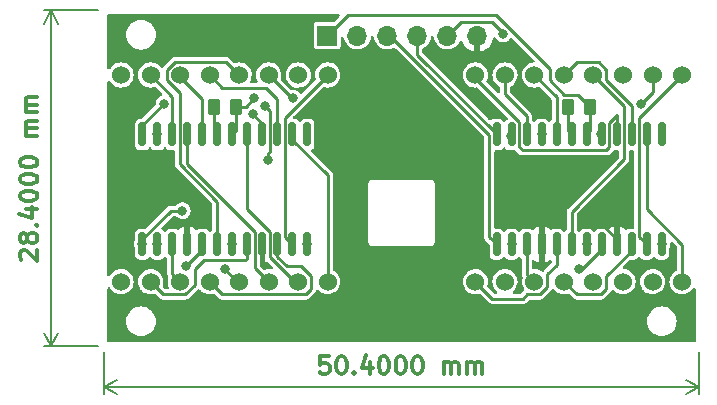
<source format=gbr>
%TF.GenerationSoftware,KiCad,Pcbnew,(6.0.9)*%
%TF.CreationDate,2023-04-12T13:33:38+10:00*%
%TF.ProjectId,VisorPlate2.0,5669736f-7250-46c6-9174-65322e302e6b,rev?*%
%TF.SameCoordinates,Original*%
%TF.FileFunction,Copper,L2,Bot*%
%TF.FilePolarity,Positive*%
%FSLAX46Y46*%
G04 Gerber Fmt 4.6, Leading zero omitted, Abs format (unit mm)*
G04 Created by KiCad (PCBNEW (6.0.9)) date 2023-04-12 13:33:38*
%MOMM*%
%LPD*%
G01*
G04 APERTURE LIST*
G04 Aperture macros list*
%AMRoundRect*
0 Rectangle with rounded corners*
0 $1 Rounding radius*
0 $2 $3 $4 $5 $6 $7 $8 $9 X,Y pos of 4 corners*
0 Add a 4 corners polygon primitive as box body*
4,1,4,$2,$3,$4,$5,$6,$7,$8,$9,$2,$3,0*
0 Add four circle primitives for the rounded corners*
1,1,$1+$1,$2,$3*
1,1,$1+$1,$4,$5*
1,1,$1+$1,$6,$7*
1,1,$1+$1,$8,$9*
0 Add four rect primitives between the rounded corners*
20,1,$1+$1,$2,$3,$4,$5,0*
20,1,$1+$1,$4,$5,$6,$7,0*
20,1,$1+$1,$6,$7,$8,$9,0*
20,1,$1+$1,$8,$9,$2,$3,0*%
G04 Aperture macros list end*
%ADD10C,0.300000*%
%TA.AperFunction,NonConductor*%
%ADD11C,0.300000*%
%TD*%
%TA.AperFunction,NonConductor*%
%ADD12C,0.200000*%
%TD*%
%TA.AperFunction,ComponentPad*%
%ADD13C,1.524000*%
%TD*%
%TA.AperFunction,SMDPad,CuDef*%
%ADD14RoundRect,0.150000X0.150000X-0.875000X0.150000X0.875000X-0.150000X0.875000X-0.150000X-0.875000X0*%
%TD*%
%TA.AperFunction,ComponentPad*%
%ADD15R,1.700000X1.700000*%
%TD*%
%TA.AperFunction,ComponentPad*%
%ADD16O,1.700000X1.700000*%
%TD*%
%TA.AperFunction,SMDPad,CuDef*%
%ADD17RoundRect,0.250000X-0.262500X-0.450000X0.262500X-0.450000X0.262500X0.450000X-0.262500X0.450000X0*%
%TD*%
%TA.AperFunction,ViaPad*%
%ADD18C,0.800000*%
%TD*%
%TA.AperFunction,Conductor*%
%ADD19C,0.250000*%
%TD*%
G04 APERTURE END LIST*
D10*
D11*
X97771428Y-76978571D02*
X97700000Y-76907142D01*
X97628571Y-76764285D01*
X97628571Y-76407142D01*
X97700000Y-76264285D01*
X97771428Y-76192857D01*
X97914285Y-76121428D01*
X98057142Y-76121428D01*
X98271428Y-76192857D01*
X99128571Y-77050000D01*
X99128571Y-76121428D01*
X98271428Y-75264285D02*
X98200000Y-75407142D01*
X98128571Y-75478571D01*
X97985714Y-75550000D01*
X97914285Y-75550000D01*
X97771428Y-75478571D01*
X97700000Y-75407142D01*
X97628571Y-75264285D01*
X97628571Y-74978571D01*
X97700000Y-74835714D01*
X97771428Y-74764285D01*
X97914285Y-74692857D01*
X97985714Y-74692857D01*
X98128571Y-74764285D01*
X98200000Y-74835714D01*
X98271428Y-74978571D01*
X98271428Y-75264285D01*
X98342857Y-75407142D01*
X98414285Y-75478571D01*
X98557142Y-75550000D01*
X98842857Y-75550000D01*
X98985714Y-75478571D01*
X99057142Y-75407142D01*
X99128571Y-75264285D01*
X99128571Y-74978571D01*
X99057142Y-74835714D01*
X98985714Y-74764285D01*
X98842857Y-74692857D01*
X98557142Y-74692857D01*
X98414285Y-74764285D01*
X98342857Y-74835714D01*
X98271428Y-74978571D01*
X98985714Y-74050000D02*
X99057142Y-73978571D01*
X99128571Y-74050000D01*
X99057142Y-74121428D01*
X98985714Y-74050000D01*
X99128571Y-74050000D01*
X98128571Y-72692857D02*
X99128571Y-72692857D01*
X97557142Y-73050000D02*
X98628571Y-73407142D01*
X98628571Y-72478571D01*
X97628571Y-71621428D02*
X97628571Y-71478571D01*
X97700000Y-71335714D01*
X97771428Y-71264285D01*
X97914285Y-71192857D01*
X98200000Y-71121428D01*
X98557142Y-71121428D01*
X98842857Y-71192857D01*
X98985714Y-71264285D01*
X99057142Y-71335714D01*
X99128571Y-71478571D01*
X99128571Y-71621428D01*
X99057142Y-71764285D01*
X98985714Y-71835714D01*
X98842857Y-71907142D01*
X98557142Y-71978571D01*
X98200000Y-71978571D01*
X97914285Y-71907142D01*
X97771428Y-71835714D01*
X97700000Y-71764285D01*
X97628571Y-71621428D01*
X97628571Y-70192857D02*
X97628571Y-70050000D01*
X97700000Y-69907142D01*
X97771428Y-69835714D01*
X97914285Y-69764285D01*
X98200000Y-69692857D01*
X98557142Y-69692857D01*
X98842857Y-69764285D01*
X98985714Y-69835714D01*
X99057142Y-69907142D01*
X99128571Y-70050000D01*
X99128571Y-70192857D01*
X99057142Y-70335714D01*
X98985714Y-70407142D01*
X98842857Y-70478571D01*
X98557142Y-70550000D01*
X98200000Y-70550000D01*
X97914285Y-70478571D01*
X97771428Y-70407142D01*
X97700000Y-70335714D01*
X97628571Y-70192857D01*
X97628571Y-68764285D02*
X97628571Y-68621428D01*
X97700000Y-68478571D01*
X97771428Y-68407142D01*
X97914285Y-68335714D01*
X98200000Y-68264285D01*
X98557142Y-68264285D01*
X98842857Y-68335714D01*
X98985714Y-68407142D01*
X99057142Y-68478571D01*
X99128571Y-68621428D01*
X99128571Y-68764285D01*
X99057142Y-68907142D01*
X98985714Y-68978571D01*
X98842857Y-69050000D01*
X98557142Y-69121428D01*
X98200000Y-69121428D01*
X97914285Y-69050000D01*
X97771428Y-68978571D01*
X97700000Y-68907142D01*
X97628571Y-68764285D01*
X99128571Y-66478571D02*
X98128571Y-66478571D01*
X98271428Y-66478571D02*
X98200000Y-66407142D01*
X98128571Y-66264285D01*
X98128571Y-66050000D01*
X98200000Y-65907142D01*
X98342857Y-65835714D01*
X99128571Y-65835714D01*
X98342857Y-65835714D02*
X98200000Y-65764285D01*
X98128571Y-65621428D01*
X98128571Y-65407142D01*
X98200000Y-65264285D01*
X98342857Y-65192857D01*
X99128571Y-65192857D01*
X99128571Y-64478571D02*
X98128571Y-64478571D01*
X98271428Y-64478571D02*
X98200000Y-64407142D01*
X98128571Y-64264285D01*
X98128571Y-64050000D01*
X98200000Y-63907142D01*
X98342857Y-63835714D01*
X99128571Y-63835714D01*
X98342857Y-63835714D02*
X98200000Y-63764285D01*
X98128571Y-63621428D01*
X98128571Y-63407142D01*
X98200000Y-63264285D01*
X98342857Y-63192857D01*
X99128571Y-63192857D01*
D12*
X104250000Y-84250000D02*
X99663580Y-84250000D01*
X104250000Y-55850000D02*
X99663580Y-55850000D01*
X100250000Y-84250000D02*
X100250000Y-55850000D01*
X100250000Y-84250000D02*
X100250000Y-55850000D01*
X100250000Y-84250000D02*
X100836421Y-83123496D01*
X100250000Y-84250000D02*
X99663579Y-83123496D01*
X100250000Y-55850000D02*
X99663579Y-56976504D01*
X100250000Y-55850000D02*
X100836421Y-56976504D01*
D10*
D11*
X123807142Y-85128571D02*
X123092857Y-85128571D01*
X123021428Y-85842857D01*
X123092857Y-85771428D01*
X123235714Y-85700000D01*
X123592857Y-85700000D01*
X123735714Y-85771428D01*
X123807142Y-85842857D01*
X123878571Y-85985714D01*
X123878571Y-86342857D01*
X123807142Y-86485714D01*
X123735714Y-86557142D01*
X123592857Y-86628571D01*
X123235714Y-86628571D01*
X123092857Y-86557142D01*
X123021428Y-86485714D01*
X124807142Y-85128571D02*
X124950000Y-85128571D01*
X125092857Y-85200000D01*
X125164285Y-85271428D01*
X125235714Y-85414285D01*
X125307142Y-85700000D01*
X125307142Y-86057142D01*
X125235714Y-86342857D01*
X125164285Y-86485714D01*
X125092857Y-86557142D01*
X124950000Y-86628571D01*
X124807142Y-86628571D01*
X124664285Y-86557142D01*
X124592857Y-86485714D01*
X124521428Y-86342857D01*
X124450000Y-86057142D01*
X124450000Y-85700000D01*
X124521428Y-85414285D01*
X124592857Y-85271428D01*
X124664285Y-85200000D01*
X124807142Y-85128571D01*
X125950000Y-86485714D02*
X126021428Y-86557142D01*
X125950000Y-86628571D01*
X125878571Y-86557142D01*
X125950000Y-86485714D01*
X125950000Y-86628571D01*
X127307142Y-85628571D02*
X127307142Y-86628571D01*
X126950000Y-85057142D02*
X126592857Y-86128571D01*
X127521428Y-86128571D01*
X128378571Y-85128571D02*
X128521428Y-85128571D01*
X128664285Y-85200000D01*
X128735714Y-85271428D01*
X128807142Y-85414285D01*
X128878571Y-85700000D01*
X128878571Y-86057142D01*
X128807142Y-86342857D01*
X128735714Y-86485714D01*
X128664285Y-86557142D01*
X128521428Y-86628571D01*
X128378571Y-86628571D01*
X128235714Y-86557142D01*
X128164285Y-86485714D01*
X128092857Y-86342857D01*
X128021428Y-86057142D01*
X128021428Y-85700000D01*
X128092857Y-85414285D01*
X128164285Y-85271428D01*
X128235714Y-85200000D01*
X128378571Y-85128571D01*
X129807142Y-85128571D02*
X129950000Y-85128571D01*
X130092857Y-85200000D01*
X130164285Y-85271428D01*
X130235714Y-85414285D01*
X130307142Y-85700000D01*
X130307142Y-86057142D01*
X130235714Y-86342857D01*
X130164285Y-86485714D01*
X130092857Y-86557142D01*
X129950000Y-86628571D01*
X129807142Y-86628571D01*
X129664285Y-86557142D01*
X129592857Y-86485714D01*
X129521428Y-86342857D01*
X129450000Y-86057142D01*
X129450000Y-85700000D01*
X129521428Y-85414285D01*
X129592857Y-85271428D01*
X129664285Y-85200000D01*
X129807142Y-85128571D01*
X131235714Y-85128571D02*
X131378571Y-85128571D01*
X131521428Y-85200000D01*
X131592857Y-85271428D01*
X131664285Y-85414285D01*
X131735714Y-85700000D01*
X131735714Y-86057142D01*
X131664285Y-86342857D01*
X131592857Y-86485714D01*
X131521428Y-86557142D01*
X131378571Y-86628571D01*
X131235714Y-86628571D01*
X131092857Y-86557142D01*
X131021428Y-86485714D01*
X130950000Y-86342857D01*
X130878571Y-86057142D01*
X130878571Y-85700000D01*
X130950000Y-85414285D01*
X131021428Y-85271428D01*
X131092857Y-85200000D01*
X131235714Y-85128571D01*
X133521428Y-86628571D02*
X133521428Y-85628571D01*
X133521428Y-85771428D02*
X133592857Y-85700000D01*
X133735714Y-85628571D01*
X133950000Y-85628571D01*
X134092857Y-85700000D01*
X134164285Y-85842857D01*
X134164285Y-86628571D01*
X134164285Y-85842857D02*
X134235714Y-85700000D01*
X134378571Y-85628571D01*
X134592857Y-85628571D01*
X134735714Y-85700000D01*
X134807142Y-85842857D01*
X134807142Y-86628571D01*
X135521428Y-86628571D02*
X135521428Y-85628571D01*
X135521428Y-85771428D02*
X135592857Y-85700000D01*
X135735714Y-85628571D01*
X135950000Y-85628571D01*
X136092857Y-85700000D01*
X136164285Y-85842857D01*
X136164285Y-86628571D01*
X136164285Y-85842857D02*
X136235714Y-85700000D01*
X136378571Y-85628571D01*
X136592857Y-85628571D01*
X136735714Y-85700000D01*
X136807142Y-85842857D01*
X136807142Y-86628571D01*
D12*
X155150000Y-84750000D02*
X155150000Y-88336420D01*
X104750000Y-84750000D02*
X104750000Y-88336420D01*
X155150000Y-87750000D02*
X104750000Y-87750000D01*
X155150000Y-87750000D02*
X104750000Y-87750000D01*
X155150000Y-87750000D02*
X154023496Y-87163579D01*
X155150000Y-87750000D02*
X154023496Y-88336421D01*
X104750000Y-87750000D02*
X105876504Y-88336421D01*
X104750000Y-87750000D02*
X105876504Y-87163579D01*
D13*
%TO.P,U2,1,1*%
%TO.N,Net-(U1-Pad2)*%
X123710000Y-61310000D03*
%TO.P,U2,2,2*%
%TO.N,Net-(U1-Pad11)*%
X121210000Y-61310000D03*
%TO.P,U2,3,3*%
%TO.N,Net-(U1-Pad6)*%
X118710000Y-61310000D03*
%TO.P,U2,4,4*%
%TO.N,Net-(U1-Pad7)*%
X116210000Y-61310000D03*
%TO.P,U2,5,5*%
%TO.N,Net-(U1-Pad22)*%
X113710000Y-61310000D03*
%TO.P,U2,6,6*%
%TO.N,Net-(U1-Pad17)*%
X111210000Y-61310000D03*
%TO.P,U2,7,7*%
%TO.N,Net-(U1-Pad15)*%
X108710000Y-61310000D03*
%TO.P,U2,8,8*%
%TO.N,Net-(U1-Pad21)*%
X106210000Y-61310000D03*
%TO.P,U2,9,9*%
%TO.N,Net-(U1-Pad8)*%
X106210000Y-78810000D03*
%TO.P,U2,10,10*%
%TO.N,Net-(U1-Pad5)*%
X108710000Y-78810000D03*
%TO.P,U2,11,11*%
%TO.N,Net-(U1-Pad10)*%
X111210000Y-78810000D03*
%TO.P,U2,12,12*%
%TO.N,Net-(U1-Pad3)*%
X113710000Y-78810000D03*
%TO.P,U2,13,13*%
%TO.N,Net-(U1-Pad14)*%
X116210000Y-78810000D03*
%TO.P,U2,14,14*%
%TO.N,Net-(U1-Pad16)*%
X118710000Y-78810000D03*
%TO.P,U2,15,15*%
%TO.N,Net-(U1-Pad20)*%
X121210000Y-78810000D03*
%TO.P,U2,16,16*%
%TO.N,Net-(U1-Pad23)*%
X123710000Y-78810000D03*
%TD*%
D14*
%TO.P,U3,1,DIN*%
%TO.N,Net-(J1-Pad5)*%
X151985000Y-75650000D03*
%TO.P,U3,2,DIG_0*%
%TO.N,Net-(U3-Pad2)*%
X150715000Y-75650000D03*
%TO.P,U3,3,DIG_4*%
%TO.N,Net-(U3-Pad3)*%
X149445000Y-75650000D03*
%TO.P,U3,4,GND*%
%TO.N,GND*%
X148175000Y-75650000D03*
%TO.P,U3,5,DIG_6*%
%TO.N,Net-(U3-Pad5)*%
X146905000Y-75650000D03*
%TO.P,U3,6,DIG_2*%
%TO.N,Net-(U3-Pad6)*%
X145635000Y-75650000D03*
%TO.P,U3,7,DIG_3*%
%TO.N,Net-(U3-Pad7)*%
X144365000Y-75650000D03*
%TO.P,U3,8,DIG_7*%
%TO.N,Net-(U3-Pad8)*%
X143095000Y-75650000D03*
%TO.P,U3,9,GND*%
%TO.N,GND*%
X141825000Y-75650000D03*
%TO.P,U3,10,DIG_5*%
%TO.N,Net-(U3-Pad10)*%
X140555000Y-75650000D03*
%TO.P,U3,11,DIG_1*%
%TO.N,Net-(U3-Pad11)*%
X139285000Y-75650000D03*
%TO.P,U3,12,LOAD*%
%TO.N,Net-(J1-Pad3)*%
X138015000Y-75650000D03*
%TO.P,U3,13,CLK*%
%TO.N,Net-(J1-Pad4)*%
X138015000Y-66350000D03*
%TO.P,U3,14,SEG_A*%
%TO.N,Net-(U3-Pad14)*%
X139285000Y-66350000D03*
%TO.P,U3,15,SEG_F*%
%TO.N,Net-(U3-Pad15)*%
X140555000Y-66350000D03*
%TO.P,U3,16,SEG_B*%
%TO.N,Net-(U3-Pad16)*%
X141825000Y-66350000D03*
%TO.P,U3,17,SEG_G*%
%TO.N,Net-(U3-Pad17)*%
X143095000Y-66350000D03*
%TO.P,U3,18,ISET*%
%TO.N,Net-(R2-Pad1)*%
X144365000Y-66350000D03*
%TO.P,U3,19,V+*%
%TO.N,Net-(J1-Pad1)*%
X145635000Y-66350000D03*
%TO.P,U3,20,SEG_C*%
%TO.N,Net-(U3-Pad20)*%
X146905000Y-66350000D03*
%TO.P,U3,21,SEG_E*%
%TO.N,Net-(U3-Pad21)*%
X148175000Y-66350000D03*
%TO.P,U3,22,SEG_DP*%
%TO.N,Net-(U3-Pad22)*%
X149445000Y-66350000D03*
%TO.P,U3,23,SEG_D*%
%TO.N,Net-(U3-Pad23)*%
X150715000Y-66350000D03*
%TO.P,U3,24,DOUT*%
%TO.N,unconnected-(U3-Pad24)*%
X151985000Y-66350000D03*
%TD*%
%TO.P,U1,1,DIN*%
%TO.N,Net-(J1-Pad5)*%
X121985000Y-75650000D03*
%TO.P,U1,2,DIG_0*%
%TO.N,Net-(U1-Pad2)*%
X120715000Y-75650000D03*
%TO.P,U1,3,DIG_4*%
%TO.N,Net-(U1-Pad3)*%
X119445000Y-75650000D03*
%TO.P,U1,4,GND*%
%TO.N,GND*%
X118175000Y-75650000D03*
%TO.P,U1,5,DIG_6*%
%TO.N,Net-(U1-Pad5)*%
X116905000Y-75650000D03*
%TO.P,U1,6,DIG_2*%
%TO.N,Net-(U1-Pad6)*%
X115635000Y-75650000D03*
%TO.P,U1,7,DIG_3*%
%TO.N,Net-(U1-Pad7)*%
X114365000Y-75650000D03*
%TO.P,U1,8,DIG_7*%
%TO.N,Net-(U1-Pad8)*%
X113095000Y-75650000D03*
%TO.P,U1,9,GND*%
%TO.N,GND*%
X111825000Y-75650000D03*
%TO.P,U1,10,DIG_5*%
%TO.N,Net-(U1-Pad10)*%
X110555000Y-75650000D03*
%TO.P,U1,11,DIG_1*%
%TO.N,Net-(U1-Pad11)*%
X109285000Y-75650000D03*
%TO.P,U1,12,LOAD*%
%TO.N,Net-(J1-Pad2)*%
X108015000Y-75650000D03*
%TO.P,U1,13,CLK*%
%TO.N,Net-(J1-Pad4)*%
X108015000Y-66350000D03*
%TO.P,U1,14,SEG_A*%
%TO.N,Net-(U1-Pad14)*%
X109285000Y-66350000D03*
%TO.P,U1,15,SEG_F*%
%TO.N,Net-(U1-Pad15)*%
X110555000Y-66350000D03*
%TO.P,U1,16,SEG_B*%
%TO.N,Net-(U1-Pad16)*%
X111825000Y-66350000D03*
%TO.P,U1,17,SEG_G*%
%TO.N,Net-(U1-Pad17)*%
X113095000Y-66350000D03*
%TO.P,U1,18,ISET*%
%TO.N,Net-(R1-Pad1)*%
X114365000Y-66350000D03*
%TO.P,U1,19,V+*%
%TO.N,Net-(J1-Pad1)*%
X115635000Y-66350000D03*
%TO.P,U1,20,SEG_C*%
%TO.N,Net-(U1-Pad20)*%
X116905000Y-66350000D03*
%TO.P,U1,21,SEG_E*%
%TO.N,Net-(U1-Pad21)*%
X118175000Y-66350000D03*
%TO.P,U1,22,SEG_DP*%
%TO.N,Net-(U1-Pad22)*%
X119445000Y-66350000D03*
%TO.P,U1,23,SEG_D*%
%TO.N,Net-(U1-Pad23)*%
X120715000Y-66350000D03*
%TO.P,U1,24,DOUT*%
%TO.N,unconnected-(U1-Pad24)*%
X121985000Y-66350000D03*
%TD*%
D13*
%TO.P,U4,1,1*%
%TO.N,Net-(U3-Pad2)*%
X153710000Y-61310000D03*
%TO.P,U4,2,2*%
%TO.N,Net-(U3-Pad11)*%
X151210000Y-61310000D03*
%TO.P,U4,3,3*%
%TO.N,Net-(U3-Pad6)*%
X148710000Y-61310000D03*
%TO.P,U4,4,4*%
%TO.N,Net-(U3-Pad7)*%
X146210000Y-61310000D03*
%TO.P,U4,5,5*%
%TO.N,Net-(U3-Pad22)*%
X143710000Y-61310000D03*
%TO.P,U4,6,6*%
%TO.N,Net-(U3-Pad17)*%
X141210000Y-61310000D03*
%TO.P,U4,7,7*%
%TO.N,Net-(U3-Pad15)*%
X138710000Y-61310000D03*
%TO.P,U4,8,8*%
%TO.N,Net-(U3-Pad21)*%
X136210000Y-61310000D03*
%TO.P,U4,9,9*%
%TO.N,Net-(U3-Pad8)*%
X136210000Y-78810000D03*
%TO.P,U4,10,10*%
%TO.N,Net-(U3-Pad5)*%
X138710000Y-78810000D03*
%TO.P,U4,11,11*%
%TO.N,Net-(U3-Pad10)*%
X141210000Y-78810000D03*
%TO.P,U4,12,12*%
%TO.N,Net-(U3-Pad3)*%
X143710000Y-78810000D03*
%TO.P,U4,13,13*%
%TO.N,Net-(U3-Pad14)*%
X146210000Y-78810000D03*
%TO.P,U4,14,14*%
%TO.N,Net-(U3-Pad16)*%
X148710000Y-78810000D03*
%TO.P,U4,15,15*%
%TO.N,Net-(U3-Pad20)*%
X151210000Y-78810000D03*
%TO.P,U4,16,16*%
%TO.N,Net-(U3-Pad23)*%
X153710000Y-78810000D03*
%TD*%
D15*
%TO.P,J1,1,Pin_1*%
%TO.N,Net-(J1-Pad1)*%
X123675000Y-57975000D03*
D16*
%TO.P,J1,2,Pin_2*%
%TO.N,Net-(J1-Pad2)*%
X126215000Y-57975000D03*
%TO.P,J1,3,Pin_3*%
%TO.N,Net-(J1-Pad3)*%
X128755000Y-57975000D03*
%TO.P,J1,4,Pin_4*%
%TO.N,Net-(J1-Pad4)*%
X131295000Y-57975000D03*
%TO.P,J1,5,Pin_5*%
%TO.N,Net-(J1-Pad5)*%
X133835000Y-57975000D03*
%TO.P,J1,6,Pin_6*%
%TO.N,GND*%
X136375000Y-57975000D03*
%TD*%
D17*
%TO.P,R1,1*%
%TO.N,Net-(R1-Pad1)*%
X114087500Y-64000000D03*
%TO.P,R1,2*%
%TO.N,Net-(J1-Pad1)*%
X115912500Y-64000000D03*
%TD*%
%TO.P,R2,1*%
%TO.N,Net-(R2-Pad1)*%
X144087500Y-64000000D03*
%TO.P,R2,2*%
%TO.N,Net-(J1-Pad1)*%
X145912500Y-64000000D03*
%TD*%
D18*
%TO.N,GND*%
X128000000Y-61600000D03*
%TO.N,Net-(J1-Pad2)*%
X108015000Y-75650000D03*
X111400000Y-72800000D03*
X118687701Y-68487701D03*
X118408556Y-63937701D03*
%TO.N,GND*%
X138775200Y-68375200D03*
%TO.N,Net-(J1-Pad5)*%
X138562700Y-57837300D03*
%TO.N,GND*%
X141800000Y-73000000D03*
X145474500Y-73000000D03*
%TO.N,Net-(J1-Pad5)*%
X151985000Y-75650000D03*
X121985000Y-75650000D03*
%TO.N,Net-(J1-Pad4)*%
X109830500Y-63750000D03*
%TO.N,Net-(U3-Pad14)*%
X139205500Y-66500000D03*
%TO.N,Net-(J1-Pad1)*%
X117500000Y-63250000D03*
%TO.N,Net-(U3-Pad5)*%
X145000000Y-77724500D03*
%TO.N,Net-(U3-Pad20)*%
X146805500Y-66350000D03*
%TO.N,Net-(U3-Pad16)*%
X141825000Y-66350000D03*
%TO.N,Net-(U3-Pad6)*%
X145635000Y-75650000D03*
%TO.N,Net-(U3-Pad11)*%
X150247700Y-63747700D03*
X139285000Y-75650000D03*
%TO.N,Net-(U1-Pad11)*%
X109285000Y-75650000D03*
%TO.N,Net-(U1-Pad14)*%
X115000000Y-77750000D03*
X109285000Y-66350000D03*
%TO.N,Net-(U1-Pad6)*%
X115635000Y-75650000D03*
X120747700Y-63247700D03*
%TO.N,Net-(U1-Pad21)*%
X117362701Y-64637299D03*
%TO.N,Net-(U1-Pad8)*%
X111750000Y-77500000D03*
%TD*%
D19*
%TO.N,Net-(U3-Pad22)*%
X144797000Y-60223000D02*
X143710000Y-61310000D01*
X146660251Y-60223000D02*
X144797000Y-60223000D01*
X147297000Y-60859749D02*
X146660251Y-60223000D01*
X149445000Y-63908251D02*
X147297000Y-61760251D01*
X147297000Y-61760251D02*
X147297000Y-60859749D01*
X149445000Y-66350000D02*
X149445000Y-63908251D01*
%TO.N,Net-(J1-Pad2)*%
X118800000Y-64329145D02*
X118408556Y-63937701D01*
X118687701Y-67912299D02*
X118800000Y-67800000D01*
X118687701Y-68487701D02*
X118687701Y-67912299D01*
X118800000Y-67800000D02*
X118800000Y-64329145D01*
X110438249Y-72800000D02*
X111400000Y-72800000D01*
X108015000Y-75650000D02*
X108015000Y-75223249D01*
X108015000Y-75223249D02*
X110438249Y-72800000D01*
%TO.N,Net-(J1-Pad5)*%
X138562700Y-57762700D02*
X138562700Y-57837300D01*
X138200000Y-57400000D02*
X138562700Y-57762700D01*
X135010000Y-56800000D02*
X137600000Y-56800000D01*
X133835000Y-57975000D02*
X135010000Y-56800000D01*
X137600000Y-56800000D02*
X138200000Y-57400000D01*
%TO.N,Net-(J1-Pad1)*%
X144887500Y-62975000D02*
X145912500Y-64000000D01*
X142518198Y-61768198D02*
X143725000Y-62975000D01*
X143725000Y-62975000D02*
X144887500Y-62975000D01*
X125450000Y-56200000D02*
X137950000Y-56200000D01*
X137950000Y-56200000D02*
X142518198Y-60768198D01*
X142518198Y-60768198D02*
X142518198Y-61768198D01*
X123675000Y-57975000D02*
X125450000Y-56200000D01*
%TO.N,Net-(J1-Pad3)*%
X137390000Y-75025000D02*
X138015000Y-75650000D01*
X137390000Y-66361396D02*
X137390000Y-75025000D01*
X129003604Y-57975000D02*
X137390000Y-66361396D01*
X128755000Y-57975000D02*
X129003604Y-57975000D01*
%TO.N,GND*%
X141825000Y-73025000D02*
X141800000Y-73000000D01*
X141825000Y-75650000D02*
X141825000Y-73025000D01*
X148175000Y-75223249D02*
X148175000Y-75650000D01*
X145951751Y-73000000D02*
X148175000Y-75223249D01*
X145474500Y-73000000D02*
X145951751Y-73000000D01*
%TO.N,Net-(J1-Pad4)*%
X108015000Y-65565500D02*
X108015000Y-66350000D01*
X109830500Y-63750000D02*
X108015000Y-65565500D01*
X131295000Y-59630000D02*
X138015000Y-66350000D01*
X131295000Y-57975000D02*
X131295000Y-59630000D01*
%TO.N,Net-(U3-Pad14)*%
X139285000Y-66420500D02*
X139205500Y-66500000D01*
X139285000Y-66350000D02*
X139285000Y-66420500D01*
%TO.N,Net-(J1-Pad1)*%
X116750000Y-64000000D02*
X117500000Y-63250000D01*
X115912500Y-64000000D02*
X116750000Y-64000000D01*
%TO.N,Net-(U1-Pad22)*%
X119445000Y-63320000D02*
X119445000Y-66350000D01*
X118522000Y-62397000D02*
X119445000Y-63320000D01*
X114797000Y-62397000D02*
X118522000Y-62397000D01*
X113710000Y-61310000D02*
X114797000Y-62397000D01*
%TO.N,Net-(U1-Pad6)*%
X120747700Y-63247700D02*
X120647700Y-63247700D01*
X120647700Y-63247700D02*
X118710000Y-61310000D01*
%TO.N,Net-(U1-Pad3)*%
X121444928Y-77507677D02*
X120242322Y-77507677D01*
X122297000Y-78359749D02*
X121444928Y-77507677D01*
X122297000Y-79453000D02*
X122297000Y-78359749D01*
X121853000Y-79897000D02*
X122297000Y-79453000D01*
X114797000Y-79897000D02*
X121853000Y-79897000D01*
X119445000Y-76710355D02*
X119445000Y-75650000D01*
X113710000Y-78810000D02*
X114797000Y-79897000D01*
X120242322Y-77507677D02*
X119445000Y-76710355D01*
%TO.N,Net-(U3-Pad5)*%
X146905000Y-76076751D02*
X146905000Y-75650000D01*
X145257251Y-77724500D02*
X146905000Y-76076751D01*
X145000000Y-77724500D02*
X145257251Y-77724500D01*
%TO.N,Net-(U3-Pad3)*%
X149445000Y-76211749D02*
X149445000Y-75650000D01*
X147297000Y-79453000D02*
X147297000Y-78359749D01*
X147297000Y-78359749D02*
X149445000Y-76211749D01*
X146853000Y-79897000D02*
X147297000Y-79453000D01*
X143710000Y-78810000D02*
X144797000Y-79897000D01*
X144797000Y-79897000D02*
X146853000Y-79897000D01*
%TO.N,Net-(U3-Pad17)*%
X143095000Y-63195000D02*
X143095000Y-66350000D01*
X141210000Y-61310000D02*
X143095000Y-63195000D01*
%TO.N,Net-(U3-Pad21)*%
X136210000Y-61578249D02*
X136210000Y-61310000D01*
X139930000Y-67421751D02*
X139930000Y-65298249D01*
X147251751Y-67700000D02*
X140208249Y-67700000D01*
X147530000Y-67421751D02*
X147251751Y-67700000D01*
X139930000Y-65298249D02*
X136210000Y-61578249D01*
X147530000Y-65381827D02*
X147530000Y-67421751D01*
X148175000Y-64736827D02*
X147530000Y-65381827D01*
X148175000Y-66350000D02*
X148175000Y-64736827D01*
X140208249Y-67700000D02*
X139930000Y-67421751D01*
%TO.N,Net-(U3-Pad15)*%
X138710000Y-62960000D02*
X138710000Y-61310000D01*
X140555000Y-64805000D02*
X138710000Y-62960000D01*
X140555000Y-66350000D02*
X140555000Y-64805000D01*
%TO.N,Net-(U3-Pad11)*%
X151210000Y-62785400D02*
X150247700Y-63747700D01*
X151210000Y-61310000D02*
X151210000Y-62785400D01*
%TO.N,Net-(U3-Pad7)*%
X144365000Y-72885000D02*
X144365000Y-75650000D01*
X148800000Y-63900000D02*
X148800000Y-68450000D01*
X146210000Y-61310000D02*
X148800000Y-63900000D01*
X148800000Y-68450000D02*
X144365000Y-72885000D01*
%TO.N,Net-(R2-Pad1)*%
X144087500Y-66072500D02*
X144365000Y-66350000D01*
X144087500Y-64000000D02*
X144087500Y-66072500D01*
%TO.N,Net-(J1-Pad1)*%
X145912500Y-66072500D02*
X145635000Y-66350000D01*
X145912500Y-64000000D02*
X145912500Y-66072500D01*
%TO.N,Net-(U3-Pad23)*%
X153710000Y-75678249D02*
X153710000Y-78810000D01*
X150715000Y-72683249D02*
X153710000Y-75678249D01*
X150715000Y-66350000D02*
X150715000Y-72683249D01*
%TO.N,Net-(U3-Pad2)*%
X150070000Y-75005000D02*
X150715000Y-75650000D01*
X150070000Y-64950000D02*
X150070000Y-75005000D01*
X153710000Y-61310000D02*
X150070000Y-64950000D01*
%TO.N,Net-(U3-Pad10)*%
X140555000Y-78155000D02*
X140555000Y-75650000D01*
X141210000Y-78810000D02*
X140555000Y-78155000D01*
%TO.N,Net-(U3-Pad8)*%
X142297000Y-79260251D02*
X142297000Y-78203000D01*
X142297000Y-78203000D02*
X143095000Y-77405000D01*
X140603000Y-79897000D02*
X141660251Y-79897000D01*
X143095000Y-77405000D02*
X143095000Y-75650000D01*
X140250000Y-80250000D02*
X140603000Y-79897000D01*
X137650000Y-80250000D02*
X140250000Y-80250000D01*
X141660251Y-79897000D02*
X142297000Y-79260251D01*
X136210000Y-78810000D02*
X137650000Y-80250000D01*
%TO.N,Net-(U1-Pad7)*%
X110123000Y-60859749D02*
X110759749Y-60223000D01*
X111200000Y-62837251D02*
X110123000Y-61760251D01*
X114365000Y-72029645D02*
X111200000Y-68864645D01*
X110123000Y-61760251D02*
X110123000Y-60859749D01*
X110759749Y-60223000D02*
X115123000Y-60223000D01*
X115123000Y-60223000D02*
X116210000Y-61310000D01*
X114365000Y-75650000D02*
X114365000Y-72029645D01*
X111200000Y-68864645D02*
X111200000Y-62837251D01*
%TO.N,Net-(U1-Pad14)*%
X116060000Y-78810000D02*
X115000000Y-77750000D01*
X116210000Y-78810000D02*
X116060000Y-78810000D01*
%TO.N,Net-(U1-Pad21)*%
X118175000Y-65449598D02*
X117362701Y-64637299D01*
X118175000Y-66350000D02*
X118175000Y-65449598D01*
%TO.N,Net-(U1-Pad16)*%
X117550000Y-77650000D02*
X118710000Y-78810000D01*
X111825000Y-68853249D02*
X117550000Y-74578249D01*
X117550000Y-74578249D02*
X117550000Y-77650000D01*
X111825000Y-66350000D02*
X111825000Y-68853249D01*
%TO.N,Net-(U1-Pad8)*%
X113095000Y-76155000D02*
X113095000Y-75650000D01*
X111750000Y-77500000D02*
X113095000Y-76155000D01*
%TO.N,Net-(U1-Pad5)*%
X112500000Y-79057251D02*
X112500000Y-77750000D01*
X111660251Y-79897000D02*
X112500000Y-79057251D01*
X109797000Y-79897000D02*
X111660251Y-79897000D01*
X112500000Y-77750000D02*
X113250000Y-77000000D01*
X113250000Y-77000000D02*
X116750000Y-77000000D01*
X116750000Y-77000000D02*
X116905000Y-76845000D01*
X116905000Y-76845000D02*
X116905000Y-75650000D01*
X108710000Y-78810000D02*
X109797000Y-79897000D01*
%TO.N,Net-(U1-Pad10)*%
X110555000Y-78155000D02*
X110555000Y-75650000D01*
X111210000Y-78810000D02*
X110555000Y-78155000D01*
%TO.N,Net-(U1-Pad2)*%
X120090000Y-64930000D02*
X123710000Y-61310000D01*
X120090000Y-75025000D02*
X120090000Y-64930000D01*
X120715000Y-75650000D02*
X120090000Y-75025000D01*
%TO.N,Net-(U1-Pad23)*%
X120715000Y-66776751D02*
X120715000Y-66350000D01*
X123710000Y-69771751D02*
X120715000Y-66776751D01*
X123710000Y-78810000D02*
X123710000Y-69771751D01*
%TO.N,Net-(U1-Pad17)*%
X111210000Y-61460000D02*
X113095000Y-63345000D01*
X111210000Y-61310000D02*
X111210000Y-61460000D01*
X113095000Y-63345000D02*
X113095000Y-66350000D01*
%TO.N,Net-(U1-Pad15)*%
X110555000Y-63155000D02*
X110555000Y-66350000D01*
X108710000Y-61310000D02*
X110555000Y-63155000D01*
%TO.N,Net-(U1-Pad20)*%
X120908249Y-78810000D02*
X121210000Y-78810000D01*
X118800000Y-76701751D02*
X120908249Y-78810000D01*
X118800000Y-74578249D02*
X118800000Y-76701751D01*
X116905000Y-66350000D02*
X116905000Y-72683249D01*
X116905000Y-72683249D02*
X118800000Y-74578249D01*
%TO.N,Net-(J1-Pad1)*%
X115912500Y-66072500D02*
X115635000Y-66350000D01*
X115912500Y-64000000D02*
X115912500Y-66072500D01*
%TO.N,Net-(R1-Pad1)*%
X114087500Y-64000000D02*
X114087500Y-66072500D01*
X114087500Y-66072500D02*
X114365000Y-66350000D01*
%TD*%
%TA.AperFunction,Conductor*%
%TO.N,GND*%
G36*
X124661683Y-56170502D02*
G01*
X124708176Y-56224158D01*
X124718280Y-56294432D01*
X124688786Y-56359012D01*
X124682657Y-56365596D01*
X124260656Y-56787596D01*
X124198344Y-56821621D01*
X124171561Y-56824500D01*
X122780354Y-56824500D01*
X122776650Y-56824941D01*
X122776647Y-56824941D01*
X122769254Y-56825821D01*
X122754154Y-56827618D01*
X122745514Y-56831456D01*
X122745513Y-56831456D01*
X122665150Y-56867152D01*
X122651847Y-56873061D01*
X122572759Y-56952287D01*
X122568056Y-56962924D01*
X122568055Y-56962926D01*
X122551117Y-57001240D01*
X122527494Y-57054673D01*
X122524500Y-57080354D01*
X122524500Y-58869646D01*
X122527618Y-58895846D01*
X122531456Y-58904486D01*
X122531456Y-58904487D01*
X122542809Y-58930046D01*
X122573061Y-58998153D01*
X122581294Y-59006372D01*
X122581295Y-59006373D01*
X122607363Y-59032395D01*
X122652287Y-59077241D01*
X122662924Y-59081944D01*
X122662926Y-59081945D01*
X122700382Y-59098504D01*
X122754673Y-59122506D01*
X122780354Y-59125500D01*
X124569646Y-59125500D01*
X124573350Y-59125059D01*
X124573353Y-59125059D01*
X124580746Y-59124179D01*
X124595846Y-59122382D01*
X124698153Y-59076939D01*
X124729411Y-59045627D01*
X124747293Y-59027713D01*
X124777241Y-58997713D01*
X124822506Y-58895327D01*
X124825500Y-58869646D01*
X124825500Y-58185673D01*
X124845502Y-58117552D01*
X124899158Y-58071059D01*
X124969432Y-58060955D01*
X125034012Y-58090449D01*
X125072396Y-58150175D01*
X125073658Y-58155784D01*
X125073796Y-58155749D01*
X125125845Y-58360690D01*
X125128262Y-58365933D01*
X125151397Y-58416117D01*
X125214369Y-58552714D01*
X125336405Y-58725391D01*
X125340539Y-58729418D01*
X125480727Y-58865983D01*
X125487865Y-58872937D01*
X125492661Y-58876142D01*
X125492664Y-58876144D01*
X125595216Y-58944667D01*
X125663677Y-58990411D01*
X125668985Y-58992692D01*
X125668986Y-58992692D01*
X125852650Y-59071600D01*
X125852653Y-59071601D01*
X125857953Y-59073878D01*
X125863582Y-59075152D01*
X125863583Y-59075152D01*
X126058550Y-59119269D01*
X126058553Y-59119269D01*
X126064186Y-59120544D01*
X126069957Y-59120771D01*
X126069959Y-59120771D01*
X126131989Y-59123208D01*
X126275470Y-59128846D01*
X126281179Y-59128018D01*
X126281183Y-59128018D01*
X126479015Y-59099333D01*
X126479019Y-59099332D01*
X126484730Y-59098504D01*
X126571579Y-59069023D01*
X126679483Y-59032395D01*
X126679488Y-59032393D01*
X126684955Y-59030537D01*
X126689998Y-59027713D01*
X126864395Y-58930046D01*
X126864399Y-58930043D01*
X126869442Y-58927219D01*
X127032012Y-58792012D01*
X127167219Y-58629442D01*
X127170043Y-58624399D01*
X127170046Y-58624395D01*
X127267713Y-58449998D01*
X127267714Y-58449996D01*
X127270537Y-58444955D01*
X127272393Y-58439488D01*
X127272395Y-58439483D01*
X127336647Y-58250200D01*
X127338504Y-58244730D01*
X127339333Y-58239015D01*
X127360090Y-58095860D01*
X127389660Y-58031315D01*
X127449432Y-57993003D01*
X127520429Y-57993087D01*
X127580109Y-58031542D01*
X127609525Y-58096158D01*
X127610515Y-58105695D01*
X127613796Y-58155749D01*
X127615217Y-58161345D01*
X127615218Y-58161350D01*
X127652659Y-58308770D01*
X127665845Y-58360690D01*
X127668262Y-58365933D01*
X127691397Y-58416117D01*
X127754369Y-58552714D01*
X127876405Y-58725391D01*
X127880539Y-58729418D01*
X128020727Y-58865983D01*
X128027865Y-58872937D01*
X128032661Y-58876142D01*
X128032664Y-58876144D01*
X128135216Y-58944667D01*
X128203677Y-58990411D01*
X128208985Y-58992692D01*
X128208986Y-58992692D01*
X128392650Y-59071600D01*
X128392653Y-59071601D01*
X128397953Y-59073878D01*
X128403582Y-59075152D01*
X128403583Y-59075152D01*
X128598550Y-59119269D01*
X128598553Y-59119269D01*
X128604186Y-59120544D01*
X128609957Y-59120771D01*
X128609959Y-59120771D01*
X128671989Y-59123208D01*
X128815470Y-59128846D01*
X128821179Y-59128018D01*
X128821183Y-59128018D01*
X129019015Y-59099333D01*
X129019019Y-59099332D01*
X129024730Y-59098504D01*
X129111579Y-59069023D01*
X129219483Y-59032395D01*
X129219488Y-59032393D01*
X129224955Y-59030537D01*
X129290735Y-58993698D01*
X129359940Y-58977865D01*
X129426723Y-59001961D01*
X129441394Y-59014538D01*
X136927595Y-66500739D01*
X136961621Y-66563051D01*
X136964500Y-66589834D01*
X136964500Y-75092393D01*
X136971914Y-75115210D01*
X136976528Y-75134429D01*
X136980281Y-75158126D01*
X136984784Y-75166963D01*
X136984784Y-75166964D01*
X136991172Y-75179502D01*
X136998736Y-75197763D01*
X137003085Y-75211147D01*
X137003087Y-75211150D01*
X137006151Y-75220581D01*
X137011980Y-75228604D01*
X137020253Y-75239991D01*
X137030577Y-75256837D01*
X137041472Y-75278220D01*
X137377595Y-75614343D01*
X137411621Y-75676655D01*
X137414500Y-75703438D01*
X137414500Y-76578834D01*
X137417481Y-76610369D01*
X137462366Y-76738184D01*
X137467958Y-76745754D01*
X137467959Y-76745757D01*
X137507964Y-76799919D01*
X137542850Y-76847150D01*
X137550421Y-76852742D01*
X137644243Y-76922041D01*
X137644246Y-76922042D01*
X137651816Y-76927634D01*
X137779631Y-76972519D01*
X137787277Y-76973242D01*
X137787278Y-76973242D01*
X137793248Y-76973806D01*
X137811166Y-76975500D01*
X138218834Y-76975500D01*
X138236752Y-76973806D01*
X138242722Y-76973242D01*
X138242723Y-76973242D01*
X138250369Y-76972519D01*
X138378184Y-76927634D01*
X138385754Y-76922042D01*
X138385757Y-76922041D01*
X138479579Y-76852742D01*
X138487150Y-76847150D01*
X138492742Y-76839579D01*
X138492745Y-76839576D01*
X138548649Y-76763888D01*
X138605210Y-76720977D01*
X138675992Y-76715457D01*
X138738521Y-76749081D01*
X138751351Y-76763888D01*
X138807255Y-76839576D01*
X138807258Y-76839579D01*
X138812850Y-76847150D01*
X138820421Y-76852742D01*
X138914243Y-76922041D01*
X138914246Y-76922042D01*
X138921816Y-76927634D01*
X139049631Y-76972519D01*
X139057277Y-76973242D01*
X139057278Y-76973242D01*
X139063248Y-76973806D01*
X139081166Y-76975500D01*
X139488834Y-76975500D01*
X139506752Y-76973806D01*
X139512722Y-76973242D01*
X139512723Y-76973242D01*
X139520369Y-76972519D01*
X139648184Y-76927634D01*
X139655754Y-76922042D01*
X139655757Y-76922041D01*
X139749579Y-76852742D01*
X139757150Y-76847150D01*
X139762742Y-76839579D01*
X139762745Y-76839576D01*
X139818649Y-76763888D01*
X139875210Y-76720977D01*
X139945992Y-76715457D01*
X140008521Y-76749081D01*
X140021351Y-76763888D01*
X140077255Y-76839576D01*
X140077258Y-76839579D01*
X140082850Y-76847150D01*
X140090421Y-76852742D01*
X140092595Y-76854916D01*
X140126621Y-76917228D01*
X140129500Y-76944011D01*
X140129500Y-78222393D01*
X140136914Y-78245210D01*
X140141528Y-78264429D01*
X140145281Y-78288126D01*
X140149784Y-78296963D01*
X140149784Y-78296964D01*
X140156172Y-78309502D01*
X140163736Y-78327763D01*
X140168085Y-78341147D01*
X140168087Y-78341150D01*
X140171151Y-78350581D01*
X140176978Y-78358602D01*
X140176979Y-78358603D01*
X140182370Y-78366023D01*
X140206227Y-78432892D01*
X140200534Y-78478180D01*
X140168857Y-78578042D01*
X140165690Y-78588025D01*
X140165004Y-78594142D01*
X140165003Y-78594146D01*
X140157504Y-78661003D01*
X140142463Y-78795093D01*
X140159899Y-79002730D01*
X140217333Y-79203025D01*
X140220151Y-79208507D01*
X140220152Y-79208511D01*
X140309756Y-79382862D01*
X140309758Y-79382865D01*
X140312577Y-79388350D01*
X140320100Y-79397842D01*
X140330095Y-79410453D01*
X140356730Y-79476264D01*
X140343558Y-79546028D01*
X140320442Y-79577810D01*
X140110657Y-79787595D01*
X140048345Y-79821621D01*
X140021562Y-79824500D01*
X139503290Y-79824500D01*
X139435169Y-79804498D01*
X139388676Y-79750842D01*
X139378572Y-79680568D01*
X139408066Y-79615988D01*
X139425714Y-79599213D01*
X139446266Y-79583156D01*
X139582417Y-79425423D01*
X139597300Y-79399224D01*
X139682294Y-79249610D01*
X139682296Y-79249606D01*
X139685339Y-79244249D01*
X139751109Y-79046534D01*
X139777225Y-78839810D01*
X139777641Y-78810000D01*
X139757308Y-78602627D01*
X139697083Y-78403154D01*
X139599261Y-78219176D01*
X139593590Y-78212222D01*
X139551960Y-78161179D01*
X139467567Y-78057704D01*
X139307017Y-77924885D01*
X139123728Y-77825781D01*
X138924679Y-77764165D01*
X138918554Y-77763521D01*
X138918553Y-77763521D01*
X138723582Y-77743029D01*
X138723580Y-77743029D01*
X138717453Y-77742385D01*
X138586739Y-77754281D01*
X138516085Y-77760711D01*
X138516084Y-77760711D01*
X138509944Y-77761270D01*
X138504030Y-77763011D01*
X138504028Y-77763011D01*
X138390937Y-77796296D01*
X138310055Y-77820101D01*
X138304590Y-77822958D01*
X138135922Y-77911135D01*
X138125399Y-77916636D01*
X137963011Y-78047200D01*
X137829075Y-78206818D01*
X137826105Y-78212221D01*
X137826104Y-78212222D01*
X137820285Y-78222807D01*
X137728693Y-78389411D01*
X137665690Y-78588025D01*
X137665004Y-78594142D01*
X137665003Y-78594146D01*
X137657504Y-78661003D01*
X137642463Y-78795093D01*
X137659899Y-79002730D01*
X137717333Y-79203025D01*
X137720151Y-79208507D01*
X137720152Y-79208511D01*
X137809756Y-79382862D01*
X137809758Y-79382865D01*
X137812577Y-79388350D01*
X137840506Y-79423588D01*
X137938174Y-79546816D01*
X137938179Y-79546821D01*
X137942003Y-79551646D01*
X137946696Y-79555640D01*
X137946697Y-79555641D01*
X138001810Y-79602546D01*
X138040723Y-79661929D01*
X138041354Y-79732923D01*
X138003502Y-79792988D01*
X137939186Y-79823053D01*
X137920147Y-79824500D01*
X137878438Y-79824500D01*
X137810317Y-79804498D01*
X137789343Y-79787595D01*
X137255507Y-79253759D01*
X137221481Y-79191447D01*
X137225043Y-79124893D01*
X137249164Y-79052382D01*
X137249165Y-79052379D01*
X137251109Y-79046534D01*
X137277225Y-78839810D01*
X137277641Y-78810000D01*
X137257308Y-78602627D01*
X137197083Y-78403154D01*
X137099261Y-78219176D01*
X137093590Y-78212222D01*
X137051960Y-78161179D01*
X136967567Y-78057704D01*
X136807017Y-77924885D01*
X136623728Y-77825781D01*
X136424679Y-77764165D01*
X136418554Y-77763521D01*
X136418553Y-77763521D01*
X136223582Y-77743029D01*
X136223580Y-77743029D01*
X136217453Y-77742385D01*
X136086739Y-77754281D01*
X136016085Y-77760711D01*
X136016084Y-77760711D01*
X136009944Y-77761270D01*
X136004030Y-77763011D01*
X136004028Y-77763011D01*
X135890937Y-77796296D01*
X135810055Y-77820101D01*
X135804590Y-77822958D01*
X135635922Y-77911135D01*
X135625399Y-77916636D01*
X135463011Y-78047200D01*
X135329075Y-78206818D01*
X135326105Y-78212221D01*
X135326104Y-78212222D01*
X135320285Y-78222807D01*
X135228693Y-78389411D01*
X135165690Y-78588025D01*
X135165004Y-78594142D01*
X135165003Y-78594146D01*
X135157504Y-78661003D01*
X135142463Y-78795093D01*
X135159899Y-79002730D01*
X135217333Y-79203025D01*
X135220151Y-79208507D01*
X135220152Y-79208511D01*
X135309756Y-79382862D01*
X135309758Y-79382865D01*
X135312577Y-79388350D01*
X135340506Y-79423588D01*
X135438174Y-79546816D01*
X135438179Y-79546821D01*
X135442003Y-79551646D01*
X135446696Y-79555640D01*
X135446697Y-79555641D01*
X135507627Y-79607496D01*
X135600683Y-79686693D01*
X135606061Y-79689699D01*
X135606063Y-79689700D01*
X135683402Y-79732923D01*
X135782571Y-79788346D01*
X135980740Y-79852735D01*
X136187641Y-79877407D01*
X136193776Y-79876935D01*
X136193778Y-79876935D01*
X136389252Y-79861894D01*
X136389256Y-79861893D01*
X136395394Y-79861421D01*
X136531075Y-79823538D01*
X136602064Y-79824484D01*
X136654053Y-79855801D01*
X137396780Y-80598528D01*
X137418154Y-80609418D01*
X137435006Y-80619744D01*
X137444152Y-80626390D01*
X137446396Y-80628020D01*
X137454420Y-80633850D01*
X137463849Y-80636914D01*
X137463852Y-80636915D01*
X137477239Y-80641265D01*
X137495503Y-80648830D01*
X137516874Y-80659719D01*
X137526666Y-80661270D01*
X137526669Y-80661271D01*
X137540569Y-80663473D01*
X137559788Y-80668087D01*
X137573173Y-80672436D01*
X137573180Y-80672437D01*
X137582607Y-80675500D01*
X140317393Y-80675500D01*
X140340210Y-80668086D01*
X140359429Y-80663472D01*
X140383126Y-80659719D01*
X140391964Y-80655216D01*
X140404502Y-80648828D01*
X140422763Y-80641264D01*
X140436147Y-80636915D01*
X140436150Y-80636913D01*
X140445581Y-80633849D01*
X140464991Y-80619747D01*
X140481837Y-80609423D01*
X140503220Y-80598528D01*
X140742343Y-80359405D01*
X140804655Y-80325379D01*
X140831438Y-80322500D01*
X141727644Y-80322500D01*
X141750461Y-80315086D01*
X141769680Y-80310472D01*
X141793377Y-80306719D01*
X141802215Y-80302216D01*
X141814753Y-80295828D01*
X141833014Y-80288264D01*
X141846398Y-80283915D01*
X141846401Y-80283913D01*
X141855832Y-80280849D01*
X141875242Y-80266747D01*
X141892088Y-80256423D01*
X141913471Y-80245528D01*
X142008779Y-80150220D01*
X142550218Y-79608780D01*
X142550220Y-79608779D01*
X142645528Y-79513471D01*
X142656421Y-79492092D01*
X142666746Y-79475244D01*
X142671860Y-79468204D01*
X142728083Y-79424852D01*
X142798819Y-79418778D01*
X142861610Y-79451911D01*
X142872534Y-79463997D01*
X142942003Y-79551646D01*
X142946696Y-79555640D01*
X142946697Y-79555641D01*
X143007627Y-79607496D01*
X143100683Y-79686693D01*
X143106061Y-79689699D01*
X143106063Y-79689700D01*
X143183402Y-79732923D01*
X143282571Y-79788346D01*
X143480740Y-79852735D01*
X143687641Y-79877407D01*
X143693776Y-79876935D01*
X143693778Y-79876935D01*
X143889252Y-79861894D01*
X143889256Y-79861893D01*
X143895394Y-79861421D01*
X144031075Y-79823538D01*
X144102065Y-79824485D01*
X144154053Y-79855801D01*
X144448471Y-80150218D01*
X144448472Y-80150220D01*
X144543780Y-80245528D01*
X144565159Y-80256421D01*
X144582009Y-80266747D01*
X144601419Y-80280849D01*
X144610850Y-80283913D01*
X144610851Y-80283914D01*
X144624237Y-80288264D01*
X144642498Y-80295828D01*
X144655036Y-80302216D01*
X144663874Y-80306719D01*
X144687571Y-80310472D01*
X144706790Y-80315086D01*
X144729607Y-80322500D01*
X146920393Y-80322500D01*
X146943210Y-80315086D01*
X146962429Y-80310472D01*
X146986126Y-80306719D01*
X146994964Y-80302216D01*
X147007502Y-80295828D01*
X147025763Y-80288264D01*
X147039147Y-80283915D01*
X147039150Y-80283913D01*
X147048581Y-80280849D01*
X147067991Y-80266747D01*
X147084837Y-80256423D01*
X147106220Y-80245528D01*
X147645528Y-79706220D01*
X147656419Y-79684844D01*
X147666749Y-79667989D01*
X147675021Y-79656604D01*
X147675021Y-79656603D01*
X147680850Y-79648581D01*
X147688264Y-79625763D01*
X147695827Y-79607502D01*
X147706719Y-79586126D01*
X147708271Y-79576330D01*
X147709302Y-79573156D01*
X147749376Y-79514551D01*
X147814773Y-79486914D01*
X147884729Y-79499021D01*
X147927879Y-79533827D01*
X147938171Y-79546812D01*
X147938175Y-79546816D01*
X147942003Y-79551646D01*
X147946696Y-79555640D01*
X147946697Y-79555641D01*
X148007627Y-79607496D01*
X148100683Y-79686693D01*
X148106061Y-79689699D01*
X148106063Y-79689700D01*
X148183402Y-79732923D01*
X148282571Y-79788346D01*
X148480740Y-79852735D01*
X148687641Y-79877407D01*
X148693776Y-79876935D01*
X148693778Y-79876935D01*
X148889252Y-79861894D01*
X148889256Y-79861893D01*
X148895394Y-79861421D01*
X149096085Y-79805387D01*
X149101589Y-79802607D01*
X149101591Y-79802606D01*
X149276570Y-79714218D01*
X149276572Y-79714217D01*
X149282071Y-79711439D01*
X149446266Y-79583156D01*
X149582417Y-79425423D01*
X149597300Y-79399224D01*
X149682294Y-79249610D01*
X149682296Y-79249606D01*
X149685339Y-79244249D01*
X149751109Y-79046534D01*
X149777225Y-78839810D01*
X149777641Y-78810000D01*
X149776179Y-78795093D01*
X150142463Y-78795093D01*
X150159899Y-79002730D01*
X150217333Y-79203025D01*
X150220151Y-79208507D01*
X150220152Y-79208511D01*
X150309756Y-79382862D01*
X150309758Y-79382865D01*
X150312577Y-79388350D01*
X150340506Y-79423588D01*
X150438174Y-79546816D01*
X150438179Y-79546821D01*
X150442003Y-79551646D01*
X150446696Y-79555640D01*
X150446697Y-79555641D01*
X150507627Y-79607496D01*
X150600683Y-79686693D01*
X150606061Y-79689699D01*
X150606063Y-79689700D01*
X150683402Y-79732923D01*
X150782571Y-79788346D01*
X150980740Y-79852735D01*
X151187641Y-79877407D01*
X151193776Y-79876935D01*
X151193778Y-79876935D01*
X151389252Y-79861894D01*
X151389256Y-79861893D01*
X151395394Y-79861421D01*
X151596085Y-79805387D01*
X151601589Y-79802607D01*
X151601591Y-79802606D01*
X151776570Y-79714218D01*
X151776572Y-79714217D01*
X151782071Y-79711439D01*
X151946266Y-79583156D01*
X152082417Y-79425423D01*
X152097300Y-79399224D01*
X152182294Y-79249610D01*
X152182296Y-79249606D01*
X152185339Y-79244249D01*
X152251109Y-79046534D01*
X152277225Y-78839810D01*
X152277641Y-78810000D01*
X152257308Y-78602627D01*
X152197083Y-78403154D01*
X152099261Y-78219176D01*
X152093590Y-78212222D01*
X152051960Y-78161179D01*
X151967567Y-78057704D01*
X151807017Y-77924885D01*
X151623728Y-77825781D01*
X151424679Y-77764165D01*
X151418554Y-77763521D01*
X151418553Y-77763521D01*
X151223582Y-77743029D01*
X151223580Y-77743029D01*
X151217453Y-77742385D01*
X151086739Y-77754281D01*
X151016085Y-77760711D01*
X151016084Y-77760711D01*
X151009944Y-77761270D01*
X151004030Y-77763011D01*
X151004028Y-77763011D01*
X150890937Y-77796296D01*
X150810055Y-77820101D01*
X150804590Y-77822958D01*
X150635922Y-77911135D01*
X150625399Y-77916636D01*
X150463011Y-78047200D01*
X150329075Y-78206818D01*
X150326105Y-78212221D01*
X150326104Y-78212222D01*
X150320285Y-78222807D01*
X150228693Y-78389411D01*
X150165690Y-78588025D01*
X150165004Y-78594142D01*
X150165003Y-78594146D01*
X150157504Y-78661003D01*
X150142463Y-78795093D01*
X149776179Y-78795093D01*
X149757308Y-78602627D01*
X149697083Y-78403154D01*
X149599261Y-78219176D01*
X149593590Y-78212222D01*
X149551960Y-78161179D01*
X149467567Y-78057704D01*
X149307017Y-77924885D01*
X149123728Y-77825781D01*
X148924679Y-77764165D01*
X148918556Y-77763522D01*
X148918554Y-77763521D01*
X148797978Y-77750848D01*
X148732321Y-77723835D01*
X148691692Y-77665613D01*
X148688989Y-77594668D01*
X148722054Y-77536443D01*
X149246092Y-77012405D01*
X149308404Y-76978379D01*
X149335187Y-76975500D01*
X149648834Y-76975500D01*
X149666752Y-76973806D01*
X149672722Y-76973242D01*
X149672723Y-76973242D01*
X149680369Y-76972519D01*
X149808184Y-76927634D01*
X149815754Y-76922042D01*
X149815757Y-76922041D01*
X149909579Y-76852742D01*
X149917150Y-76847150D01*
X149922742Y-76839579D01*
X149922745Y-76839576D01*
X149978649Y-76763888D01*
X150035210Y-76720977D01*
X150105992Y-76715457D01*
X150168521Y-76749081D01*
X150181351Y-76763888D01*
X150237255Y-76839576D01*
X150237258Y-76839579D01*
X150242850Y-76847150D01*
X150250421Y-76852742D01*
X150344243Y-76922041D01*
X150344246Y-76922042D01*
X150351816Y-76927634D01*
X150479631Y-76972519D01*
X150487277Y-76973242D01*
X150487278Y-76973242D01*
X150493248Y-76973806D01*
X150511166Y-76975500D01*
X150918834Y-76975500D01*
X150936752Y-76973806D01*
X150942722Y-76973242D01*
X150942723Y-76973242D01*
X150950369Y-76972519D01*
X151078184Y-76927634D01*
X151085754Y-76922042D01*
X151085757Y-76922041D01*
X151179579Y-76852742D01*
X151187150Y-76847150D01*
X151192742Y-76839579D01*
X151192745Y-76839576D01*
X151248649Y-76763888D01*
X151305210Y-76720977D01*
X151375992Y-76715457D01*
X151438521Y-76749081D01*
X151451351Y-76763888D01*
X151507255Y-76839576D01*
X151507258Y-76839579D01*
X151512850Y-76847150D01*
X151520421Y-76852742D01*
X151614243Y-76922041D01*
X151614246Y-76922042D01*
X151621816Y-76927634D01*
X151749631Y-76972519D01*
X151757277Y-76973242D01*
X151757278Y-76973242D01*
X151763248Y-76973806D01*
X151781166Y-76975500D01*
X152188834Y-76975500D01*
X152206752Y-76973806D01*
X152212722Y-76973242D01*
X152212723Y-76973242D01*
X152220369Y-76972519D01*
X152348184Y-76927634D01*
X152355754Y-76922042D01*
X152355757Y-76922041D01*
X152449579Y-76852742D01*
X152457150Y-76847150D01*
X152492036Y-76799919D01*
X152532041Y-76745757D01*
X152532042Y-76745754D01*
X152537634Y-76738184D01*
X152582519Y-76610369D01*
X152585500Y-76578834D01*
X152585500Y-76052893D01*
X152600717Y-75993627D01*
X152603361Y-75989947D01*
X152608703Y-75976660D01*
X152663766Y-75839687D01*
X152663767Y-75839685D01*
X152666601Y-75832634D01*
X152679128Y-75744612D01*
X152689909Y-75668862D01*
X152689909Y-75668859D01*
X152690490Y-75664778D01*
X152690645Y-75650000D01*
X152689751Y-75642611D01*
X152680878Y-75569289D01*
X152692551Y-75499259D01*
X152740233Y-75446657D01*
X152808784Y-75428184D01*
X152876440Y-75449705D01*
X152895060Y-75465057D01*
X153247595Y-75817592D01*
X153281621Y-75879904D01*
X153284500Y-75906687D01*
X153284500Y-77757152D01*
X153264498Y-77825273D01*
X153216875Y-77868814D01*
X153135922Y-77911135D01*
X153125399Y-77916636D01*
X152963011Y-78047200D01*
X152829075Y-78206818D01*
X152826105Y-78212221D01*
X152826104Y-78212222D01*
X152820285Y-78222807D01*
X152728693Y-78389411D01*
X152665690Y-78588025D01*
X152665004Y-78594142D01*
X152665003Y-78594146D01*
X152657504Y-78661003D01*
X152642463Y-78795093D01*
X152659899Y-79002730D01*
X152717333Y-79203025D01*
X152720151Y-79208507D01*
X152720152Y-79208511D01*
X152809756Y-79382862D01*
X152809758Y-79382865D01*
X152812577Y-79388350D01*
X152840506Y-79423588D01*
X152938174Y-79546816D01*
X152938179Y-79546821D01*
X152942003Y-79551646D01*
X152946696Y-79555640D01*
X152946697Y-79555641D01*
X153007627Y-79607496D01*
X153100683Y-79686693D01*
X153106061Y-79689699D01*
X153106063Y-79689700D01*
X153183402Y-79732923D01*
X153282571Y-79788346D01*
X153480740Y-79852735D01*
X153687641Y-79877407D01*
X153693776Y-79876935D01*
X153693778Y-79876935D01*
X153889252Y-79861894D01*
X153889256Y-79861893D01*
X153895394Y-79861421D01*
X154096085Y-79805387D01*
X154101589Y-79802607D01*
X154101591Y-79802606D01*
X154276570Y-79714218D01*
X154276572Y-79714217D01*
X154282071Y-79711439D01*
X154446266Y-79583156D01*
X154582417Y-79425423D01*
X154613944Y-79369926D01*
X154664983Y-79320575D01*
X154734602Y-79306653D01*
X154800695Y-79332579D01*
X154842280Y-79390123D01*
X154849500Y-79432163D01*
X154849500Y-83823500D01*
X154829498Y-83891621D01*
X154775842Y-83938114D01*
X154723500Y-83949500D01*
X105176500Y-83949500D01*
X105108379Y-83929498D01*
X105061886Y-83875842D01*
X105050500Y-83823500D01*
X105050500Y-82160749D01*
X106644723Y-82160749D01*
X106663793Y-82378726D01*
X106720425Y-82590079D01*
X106812898Y-82788387D01*
X106938402Y-82967626D01*
X107093123Y-83122347D01*
X107097631Y-83125504D01*
X107097634Y-83125506D01*
X107267852Y-83244694D01*
X107272361Y-83247851D01*
X107277343Y-83250174D01*
X107277348Y-83250177D01*
X107465688Y-83338001D01*
X107470670Y-83340324D01*
X107475978Y-83341746D01*
X107475980Y-83341747D01*
X107541745Y-83359369D01*
X107682023Y-83396956D01*
X107900000Y-83416026D01*
X108117977Y-83396956D01*
X108258255Y-83359369D01*
X108324020Y-83341747D01*
X108324022Y-83341746D01*
X108329330Y-83340324D01*
X108334312Y-83338001D01*
X108522652Y-83250177D01*
X108522657Y-83250174D01*
X108527639Y-83247851D01*
X108532148Y-83244694D01*
X108702366Y-83125506D01*
X108702369Y-83125504D01*
X108706877Y-83122347D01*
X108861598Y-82967626D01*
X108987102Y-82788387D01*
X109079575Y-82590079D01*
X109136207Y-82378726D01*
X109155277Y-82160749D01*
X150744723Y-82160749D01*
X150763793Y-82378726D01*
X150820425Y-82590079D01*
X150912898Y-82788387D01*
X151038402Y-82967626D01*
X151193123Y-83122347D01*
X151197631Y-83125504D01*
X151197634Y-83125506D01*
X151367852Y-83244694D01*
X151372361Y-83247851D01*
X151377343Y-83250174D01*
X151377348Y-83250177D01*
X151565688Y-83338001D01*
X151570670Y-83340324D01*
X151575978Y-83341746D01*
X151575980Y-83341747D01*
X151641745Y-83359369D01*
X151782023Y-83396956D01*
X152000000Y-83416026D01*
X152217977Y-83396956D01*
X152358255Y-83359369D01*
X152424020Y-83341747D01*
X152424022Y-83341746D01*
X152429330Y-83340324D01*
X152434312Y-83338001D01*
X152622652Y-83250177D01*
X152622657Y-83250174D01*
X152627639Y-83247851D01*
X152632148Y-83244694D01*
X152802366Y-83125506D01*
X152802369Y-83125504D01*
X152806877Y-83122347D01*
X152961598Y-82967626D01*
X153087102Y-82788387D01*
X153179575Y-82590079D01*
X153236207Y-82378726D01*
X153255277Y-82160749D01*
X153236207Y-81942772D01*
X153179575Y-81731419D01*
X153131076Y-81627413D01*
X153089425Y-81538092D01*
X153089423Y-81538089D01*
X153087102Y-81533111D01*
X152961598Y-81353872D01*
X152806877Y-81199151D01*
X152802369Y-81195994D01*
X152802366Y-81195992D01*
X152632148Y-81076804D01*
X152632145Y-81076802D01*
X152627639Y-81073647D01*
X152622657Y-81071324D01*
X152622652Y-81071321D01*
X152434312Y-80983497D01*
X152434311Y-80983496D01*
X152429330Y-80981174D01*
X152424022Y-80979752D01*
X152424020Y-80979751D01*
X152358255Y-80962129D01*
X152217977Y-80924542D01*
X152000000Y-80905472D01*
X151782023Y-80924542D01*
X151641745Y-80962129D01*
X151575980Y-80979751D01*
X151575978Y-80979752D01*
X151570670Y-80981174D01*
X151565690Y-80983496D01*
X151565688Y-80983497D01*
X151377343Y-81071324D01*
X151377340Y-81071326D01*
X151372362Y-81073647D01*
X151193123Y-81199151D01*
X151038402Y-81353872D01*
X150912898Y-81533111D01*
X150910577Y-81538089D01*
X150910575Y-81538092D01*
X150868924Y-81627413D01*
X150820425Y-81731419D01*
X150763793Y-81942772D01*
X150745318Y-82153948D01*
X150744723Y-82160749D01*
X109155277Y-82160749D01*
X109136207Y-81942772D01*
X109079575Y-81731419D01*
X109031076Y-81627413D01*
X108989425Y-81538092D01*
X108989423Y-81538089D01*
X108987102Y-81533111D01*
X108861598Y-81353872D01*
X108706877Y-81199151D01*
X108702369Y-81195994D01*
X108702366Y-81195992D01*
X108532148Y-81076804D01*
X108532145Y-81076802D01*
X108527639Y-81073647D01*
X108522657Y-81071324D01*
X108522652Y-81071321D01*
X108334312Y-80983497D01*
X108334311Y-80983496D01*
X108329330Y-80981174D01*
X108324022Y-80979752D01*
X108324020Y-80979751D01*
X108258255Y-80962129D01*
X108117977Y-80924542D01*
X107900000Y-80905472D01*
X107682023Y-80924542D01*
X107541745Y-80962129D01*
X107475980Y-80979751D01*
X107475978Y-80979752D01*
X107470670Y-80981174D01*
X107465690Y-80983496D01*
X107465688Y-80983497D01*
X107277343Y-81071324D01*
X107277340Y-81071326D01*
X107272362Y-81073647D01*
X107093123Y-81199151D01*
X106938402Y-81353872D01*
X106812898Y-81533111D01*
X106810577Y-81538089D01*
X106810575Y-81538092D01*
X106768924Y-81627413D01*
X106720425Y-81731419D01*
X106663793Y-81942772D01*
X106645318Y-82153948D01*
X106644723Y-82160749D01*
X105050500Y-82160749D01*
X105050500Y-79399224D01*
X105070502Y-79331103D01*
X105124158Y-79284610D01*
X105194432Y-79274506D01*
X105259012Y-79304000D01*
X105288565Y-79341628D01*
X105312577Y-79388350D01*
X105340506Y-79423588D01*
X105438174Y-79546816D01*
X105438179Y-79546821D01*
X105442003Y-79551646D01*
X105446696Y-79555640D01*
X105446697Y-79555641D01*
X105507627Y-79607496D01*
X105600683Y-79686693D01*
X105606061Y-79689699D01*
X105606063Y-79689700D01*
X105683402Y-79732923D01*
X105782571Y-79788346D01*
X105980740Y-79852735D01*
X106187641Y-79877407D01*
X106193776Y-79876935D01*
X106193778Y-79876935D01*
X106389252Y-79861894D01*
X106389256Y-79861893D01*
X106395394Y-79861421D01*
X106596085Y-79805387D01*
X106601589Y-79802607D01*
X106601591Y-79802606D01*
X106776570Y-79714218D01*
X106776572Y-79714217D01*
X106782071Y-79711439D01*
X106946266Y-79583156D01*
X107082417Y-79425423D01*
X107097300Y-79399224D01*
X107182294Y-79249610D01*
X107182296Y-79249606D01*
X107185339Y-79244249D01*
X107251109Y-79046534D01*
X107277225Y-78839810D01*
X107277641Y-78810000D01*
X107257308Y-78602627D01*
X107197083Y-78403154D01*
X107099261Y-78219176D01*
X107093590Y-78212222D01*
X107051960Y-78161179D01*
X106967567Y-78057704D01*
X106807017Y-77924885D01*
X106623728Y-77825781D01*
X106424679Y-77764165D01*
X106418554Y-77763521D01*
X106418553Y-77763521D01*
X106223582Y-77743029D01*
X106223580Y-77743029D01*
X106217453Y-77742385D01*
X106086739Y-77754281D01*
X106016085Y-77760711D01*
X106016084Y-77760711D01*
X106009944Y-77761270D01*
X106004030Y-77763011D01*
X106004028Y-77763011D01*
X105890937Y-77796296D01*
X105810055Y-77820101D01*
X105804590Y-77822958D01*
X105635922Y-77911135D01*
X105625399Y-77916636D01*
X105463011Y-78047200D01*
X105329075Y-78206818D01*
X105326105Y-78212221D01*
X105326104Y-78212222D01*
X105286914Y-78283508D01*
X105236569Y-78333567D01*
X105167152Y-78348460D01*
X105100703Y-78323459D01*
X105058319Y-78266502D01*
X105050500Y-78222807D01*
X105050500Y-75642611D01*
X107309394Y-75642611D01*
X107327999Y-75811135D01*
X107386266Y-75970356D01*
X107393081Y-75980499D01*
X107414500Y-76050774D01*
X107414500Y-76578834D01*
X107417481Y-76610369D01*
X107462366Y-76738184D01*
X107467958Y-76745754D01*
X107467959Y-76745757D01*
X107507964Y-76799919D01*
X107542850Y-76847150D01*
X107550421Y-76852742D01*
X107644243Y-76922041D01*
X107644246Y-76922042D01*
X107651816Y-76927634D01*
X107779631Y-76972519D01*
X107787277Y-76973242D01*
X107787278Y-76973242D01*
X107793248Y-76973806D01*
X107811166Y-76975500D01*
X108218834Y-76975500D01*
X108236752Y-76973806D01*
X108242722Y-76973242D01*
X108242723Y-76973242D01*
X108250369Y-76972519D01*
X108378184Y-76927634D01*
X108385754Y-76922042D01*
X108385757Y-76922041D01*
X108479579Y-76852742D01*
X108487150Y-76847150D01*
X108492742Y-76839579D01*
X108492745Y-76839576D01*
X108548649Y-76763888D01*
X108605210Y-76720977D01*
X108675992Y-76715457D01*
X108738521Y-76749081D01*
X108751351Y-76763888D01*
X108807255Y-76839576D01*
X108807258Y-76839579D01*
X108812850Y-76847150D01*
X108820421Y-76852742D01*
X108914243Y-76922041D01*
X108914246Y-76922042D01*
X108921816Y-76927634D01*
X109049631Y-76972519D01*
X109057277Y-76973242D01*
X109057278Y-76973242D01*
X109063248Y-76973806D01*
X109081166Y-76975500D01*
X109488834Y-76975500D01*
X109506752Y-76973806D01*
X109512722Y-76973242D01*
X109512723Y-76973242D01*
X109520369Y-76972519D01*
X109648184Y-76927634D01*
X109655754Y-76922042D01*
X109655757Y-76922041D01*
X109749579Y-76852742D01*
X109757150Y-76847150D01*
X109762742Y-76839579D01*
X109762745Y-76839576D01*
X109818649Y-76763888D01*
X109875210Y-76720977D01*
X109945992Y-76715457D01*
X110008521Y-76749081D01*
X110021351Y-76763888D01*
X110077255Y-76839576D01*
X110077258Y-76839579D01*
X110082850Y-76847150D01*
X110090421Y-76852742D01*
X110092595Y-76854916D01*
X110126621Y-76917228D01*
X110129500Y-76944011D01*
X110129500Y-78222393D01*
X110136914Y-78245210D01*
X110141528Y-78264429D01*
X110145281Y-78288126D01*
X110149784Y-78296963D01*
X110149784Y-78296964D01*
X110156172Y-78309502D01*
X110163736Y-78327763D01*
X110168085Y-78341147D01*
X110168087Y-78341150D01*
X110171151Y-78350581D01*
X110176978Y-78358602D01*
X110176979Y-78358603D01*
X110182370Y-78366023D01*
X110206227Y-78432892D01*
X110200534Y-78478180D01*
X110168857Y-78578042D01*
X110165690Y-78588025D01*
X110165004Y-78594142D01*
X110165003Y-78594146D01*
X110157504Y-78661003D01*
X110142463Y-78795093D01*
X110159899Y-79002730D01*
X110217333Y-79203025D01*
X110220151Y-79208507D01*
X110220152Y-79208511D01*
X110260956Y-79287906D01*
X110274304Y-79357636D01*
X110247834Y-79423514D01*
X110189949Y-79464622D01*
X110148890Y-79471500D01*
X110025437Y-79471500D01*
X109957316Y-79451498D01*
X109936342Y-79434595D01*
X109755507Y-79253760D01*
X109721481Y-79191448D01*
X109725043Y-79124894D01*
X109749164Y-79052382D01*
X109749165Y-79052379D01*
X109751109Y-79046534D01*
X109777225Y-78839810D01*
X109777641Y-78810000D01*
X109757308Y-78602627D01*
X109697083Y-78403154D01*
X109599261Y-78219176D01*
X109593590Y-78212222D01*
X109551960Y-78161179D01*
X109467567Y-78057704D01*
X109307017Y-77924885D01*
X109123728Y-77825781D01*
X108924679Y-77764165D01*
X108918554Y-77763521D01*
X108918553Y-77763521D01*
X108723582Y-77743029D01*
X108723580Y-77743029D01*
X108717453Y-77742385D01*
X108586739Y-77754281D01*
X108516085Y-77760711D01*
X108516084Y-77760711D01*
X108509944Y-77761270D01*
X108504030Y-77763011D01*
X108504028Y-77763011D01*
X108390937Y-77796296D01*
X108310055Y-77820101D01*
X108304590Y-77822958D01*
X108135922Y-77911135D01*
X108125399Y-77916636D01*
X107963011Y-78047200D01*
X107829075Y-78206818D01*
X107826105Y-78212221D01*
X107826104Y-78212222D01*
X107820285Y-78222807D01*
X107728693Y-78389411D01*
X107665690Y-78588025D01*
X107665004Y-78594142D01*
X107665003Y-78594146D01*
X107657504Y-78661003D01*
X107642463Y-78795093D01*
X107659899Y-79002730D01*
X107717333Y-79203025D01*
X107720151Y-79208507D01*
X107720152Y-79208511D01*
X107809756Y-79382862D01*
X107809758Y-79382865D01*
X107812577Y-79388350D01*
X107840506Y-79423588D01*
X107938174Y-79546816D01*
X107938179Y-79546821D01*
X107942003Y-79551646D01*
X107946696Y-79555640D01*
X107946697Y-79555641D01*
X108007627Y-79607496D01*
X108100683Y-79686693D01*
X108106061Y-79689699D01*
X108106063Y-79689700D01*
X108183402Y-79732923D01*
X108282571Y-79788346D01*
X108480740Y-79852735D01*
X108687641Y-79877407D01*
X108693776Y-79876935D01*
X108693778Y-79876935D01*
X108889252Y-79861894D01*
X108889256Y-79861893D01*
X108895394Y-79861421D01*
X109031075Y-79823538D01*
X109102065Y-79824485D01*
X109154053Y-79855801D01*
X109448471Y-80150218D01*
X109448472Y-80150220D01*
X109543780Y-80245528D01*
X109565159Y-80256421D01*
X109582009Y-80266747D01*
X109601419Y-80280849D01*
X109610850Y-80283913D01*
X109610851Y-80283914D01*
X109624237Y-80288264D01*
X109642498Y-80295828D01*
X109655036Y-80302216D01*
X109663874Y-80306719D01*
X109687571Y-80310472D01*
X109706790Y-80315086D01*
X109729607Y-80322500D01*
X111727644Y-80322500D01*
X111750461Y-80315086D01*
X111769680Y-80310472D01*
X111793377Y-80306719D01*
X111802215Y-80302216D01*
X111814753Y-80295828D01*
X111833014Y-80288264D01*
X111846398Y-80283915D01*
X111846401Y-80283913D01*
X111855832Y-80280849D01*
X111875242Y-80266747D01*
X111892088Y-80256423D01*
X111913471Y-80245528D01*
X112694040Y-79464959D01*
X112756352Y-79430933D01*
X112827167Y-79435998D01*
X112881880Y-79475789D01*
X112942003Y-79551646D01*
X112946696Y-79555640D01*
X112946697Y-79555641D01*
X113007627Y-79607496D01*
X113100683Y-79686693D01*
X113106061Y-79689699D01*
X113106063Y-79689700D01*
X113183402Y-79732923D01*
X113282571Y-79788346D01*
X113480740Y-79852735D01*
X113687641Y-79877407D01*
X113693776Y-79876935D01*
X113693778Y-79876935D01*
X113889252Y-79861894D01*
X113889256Y-79861893D01*
X113895394Y-79861421D01*
X114031075Y-79823538D01*
X114102065Y-79824485D01*
X114154053Y-79855801D01*
X114448471Y-80150218D01*
X114448472Y-80150220D01*
X114543780Y-80245528D01*
X114565159Y-80256421D01*
X114582009Y-80266747D01*
X114601419Y-80280849D01*
X114610850Y-80283913D01*
X114610851Y-80283914D01*
X114624237Y-80288264D01*
X114642498Y-80295828D01*
X114655036Y-80302216D01*
X114663874Y-80306719D01*
X114687571Y-80310472D01*
X114706790Y-80315086D01*
X114729607Y-80322500D01*
X121920393Y-80322500D01*
X121943210Y-80315086D01*
X121962429Y-80310472D01*
X121986126Y-80306719D01*
X121994964Y-80302216D01*
X122007502Y-80295828D01*
X122025763Y-80288264D01*
X122039147Y-80283915D01*
X122039150Y-80283913D01*
X122048581Y-80280849D01*
X122067991Y-80266747D01*
X122084837Y-80256423D01*
X122106220Y-80245528D01*
X122645528Y-79706220D01*
X122656419Y-79684844D01*
X122666749Y-79667989D01*
X122675021Y-79656604D01*
X122675021Y-79656603D01*
X122680850Y-79648581D01*
X122688264Y-79625763D01*
X122695827Y-79607502D01*
X122706719Y-79586126D01*
X122708271Y-79576330D01*
X122709302Y-79573156D01*
X122749376Y-79514551D01*
X122814773Y-79486914D01*
X122884729Y-79499021D01*
X122927879Y-79533827D01*
X122938171Y-79546812D01*
X122938175Y-79546816D01*
X122942003Y-79551646D01*
X122946696Y-79555640D01*
X122946697Y-79555641D01*
X123007627Y-79607496D01*
X123100683Y-79686693D01*
X123106061Y-79689699D01*
X123106063Y-79689700D01*
X123183402Y-79732923D01*
X123282571Y-79788346D01*
X123480740Y-79852735D01*
X123687641Y-79877407D01*
X123693776Y-79876935D01*
X123693778Y-79876935D01*
X123889252Y-79861894D01*
X123889256Y-79861893D01*
X123895394Y-79861421D01*
X124096085Y-79805387D01*
X124101589Y-79802607D01*
X124101591Y-79802606D01*
X124276570Y-79714218D01*
X124276572Y-79714217D01*
X124282071Y-79711439D01*
X124446266Y-79583156D01*
X124582417Y-79425423D01*
X124597300Y-79399224D01*
X124682294Y-79249610D01*
X124682296Y-79249606D01*
X124685339Y-79244249D01*
X124751109Y-79046534D01*
X124777225Y-78839810D01*
X124777641Y-78810000D01*
X124757308Y-78602627D01*
X124697083Y-78403154D01*
X124599261Y-78219176D01*
X124593590Y-78212222D01*
X124551960Y-78161179D01*
X124467567Y-78057704D01*
X124307017Y-77924885D01*
X124301597Y-77921955D01*
X124301592Y-77921951D01*
X124201571Y-77867869D01*
X124151162Y-77817875D01*
X124135500Y-77757034D01*
X124135500Y-75450251D01*
X127145754Y-75450251D01*
X127146758Y-75461842D01*
X127149030Y-75488077D01*
X127149500Y-75498949D01*
X127149500Y-75508031D01*
X127150562Y-75513732D01*
X127150562Y-75513734D01*
X127150724Y-75514604D01*
X127152384Y-75526803D01*
X127153971Y-75545123D01*
X127155413Y-75561779D01*
X127160520Y-75572228D01*
X127161432Y-75575516D01*
X127162661Y-75578700D01*
X127164791Y-75590136D01*
X127181623Y-75617442D01*
X127183221Y-75620035D01*
X127189160Y-75630817D01*
X127204575Y-75662352D01*
X127213101Y-75670261D01*
X127215134Y-75672999D01*
X127217428Y-75675529D01*
X127223532Y-75685431D01*
X127232788Y-75692470D01*
X127232793Y-75692475D01*
X127251487Y-75706690D01*
X127260908Y-75714609D01*
X127286646Y-75738484D01*
X127297447Y-75742793D01*
X127300324Y-75744612D01*
X127303381Y-75746149D01*
X127312641Y-75753191D01*
X127333348Y-75759187D01*
X127346367Y-75762957D01*
X127358008Y-75766954D01*
X127390622Y-75779966D01*
X127396915Y-75780583D01*
X127399997Y-75780583D01*
X127403067Y-75780733D01*
X127403061Y-75780849D01*
X127409183Y-75781148D01*
X127420168Y-75784329D01*
X127457994Y-75781053D01*
X127468866Y-75780583D01*
X132397626Y-75780583D01*
X132409183Y-75781148D01*
X132420168Y-75784329D01*
X132457994Y-75781053D01*
X132468866Y-75780583D01*
X132477948Y-75780583D01*
X132483649Y-75779521D01*
X132483651Y-75779521D01*
X132484521Y-75779359D01*
X132496720Y-75777699D01*
X132520105Y-75775674D01*
X132520106Y-75775674D01*
X132531696Y-75774670D01*
X132542145Y-75769563D01*
X132545433Y-75768651D01*
X132548617Y-75767422D01*
X132560053Y-75765292D01*
X132589952Y-75746862D01*
X132600734Y-75740923D01*
X132621819Y-75730616D01*
X132632269Y-75725508D01*
X132640178Y-75716982D01*
X132642916Y-75714949D01*
X132645446Y-75712655D01*
X132655348Y-75706551D01*
X132662387Y-75697295D01*
X132662392Y-75697290D01*
X132676607Y-75678596D01*
X132684526Y-75669175D01*
X132700490Y-75651965D01*
X132708401Y-75643437D01*
X132712710Y-75632636D01*
X132714529Y-75629759D01*
X132716066Y-75626702D01*
X132723108Y-75617442D01*
X132732874Y-75583715D01*
X132736873Y-75572069D01*
X132738170Y-75568818D01*
X132749883Y-75539461D01*
X132750500Y-75533168D01*
X132750500Y-75530086D01*
X132750650Y-75527016D01*
X132750766Y-75527022D01*
X132751065Y-75520900D01*
X132754246Y-75509915D01*
X132750970Y-75472089D01*
X132750500Y-75461217D01*
X132750500Y-70532457D01*
X132751065Y-70520900D01*
X132754246Y-70509915D01*
X132750970Y-70472089D01*
X132750500Y-70461217D01*
X132750500Y-70452135D01*
X132749276Y-70445562D01*
X132747616Y-70433363D01*
X132745591Y-70409978D01*
X132745591Y-70409977D01*
X132744587Y-70398387D01*
X132739480Y-70387938D01*
X132738568Y-70384650D01*
X132737339Y-70381466D01*
X132735209Y-70370030D01*
X132716779Y-70340131D01*
X132710840Y-70329349D01*
X132700533Y-70308264D01*
X132695425Y-70297814D01*
X132686899Y-70289905D01*
X132684866Y-70287167D01*
X132682572Y-70284637D01*
X132676468Y-70274735D01*
X132667212Y-70267696D01*
X132667207Y-70267691D01*
X132648513Y-70253476D01*
X132639092Y-70245557D01*
X132621882Y-70229593D01*
X132621883Y-70229593D01*
X132613354Y-70221682D01*
X132602553Y-70217373D01*
X132599676Y-70215554D01*
X132596619Y-70214017D01*
X132587359Y-70206975D01*
X132553632Y-70197209D01*
X132541992Y-70193212D01*
X132509378Y-70180200D01*
X132503085Y-70179583D01*
X132500003Y-70179583D01*
X132496933Y-70179433D01*
X132496939Y-70179317D01*
X132490817Y-70179018D01*
X132479832Y-70175837D01*
X132442006Y-70179113D01*
X132431134Y-70179583D01*
X127502374Y-70179583D01*
X127490817Y-70179018D01*
X127479832Y-70175837D01*
X127442006Y-70179113D01*
X127431134Y-70179583D01*
X127422052Y-70179583D01*
X127416351Y-70180645D01*
X127416349Y-70180645D01*
X127415479Y-70180807D01*
X127403280Y-70182467D01*
X127379895Y-70184492D01*
X127379894Y-70184492D01*
X127368304Y-70185496D01*
X127357855Y-70190603D01*
X127354567Y-70191515D01*
X127351383Y-70192744D01*
X127339947Y-70194874D01*
X127320316Y-70206975D01*
X127310048Y-70213304D01*
X127299265Y-70219243D01*
X127267731Y-70234658D01*
X127259822Y-70243184D01*
X127257084Y-70245217D01*
X127254554Y-70247511D01*
X127244652Y-70253615D01*
X127237613Y-70262871D01*
X127237608Y-70262876D01*
X127223393Y-70281570D01*
X127215474Y-70290991D01*
X127191599Y-70316729D01*
X127187290Y-70327530D01*
X127185471Y-70330407D01*
X127183934Y-70333464D01*
X127176892Y-70342724D01*
X127173656Y-70353900D01*
X127167126Y-70376450D01*
X127163129Y-70388091D01*
X127150117Y-70420705D01*
X127149500Y-70426998D01*
X127149500Y-70430080D01*
X127149350Y-70433150D01*
X127149234Y-70433144D01*
X127148935Y-70439266D01*
X127145754Y-70450251D01*
X127146758Y-70461842D01*
X127149030Y-70488077D01*
X127149500Y-70498949D01*
X127149500Y-75427709D01*
X127148935Y-75439266D01*
X127145754Y-75450251D01*
X124135500Y-75450251D01*
X124135500Y-69704358D01*
X124132437Y-69694931D01*
X124132436Y-69694924D01*
X124128087Y-69681539D01*
X124123473Y-69662320D01*
X124121272Y-69648423D01*
X124121270Y-69648416D01*
X124119719Y-69638625D01*
X124108827Y-69617249D01*
X124101264Y-69598988D01*
X124096914Y-69585601D01*
X124093850Y-69576170D01*
X124079749Y-69556762D01*
X124069417Y-69539903D01*
X124063031Y-69527369D01*
X124058528Y-69518531D01*
X122347827Y-67807830D01*
X122313801Y-67745518D01*
X122318866Y-67674703D01*
X122362062Y-67617384D01*
X122449579Y-67552742D01*
X122457150Y-67547150D01*
X122518649Y-67463888D01*
X122532041Y-67445757D01*
X122532042Y-67445754D01*
X122537634Y-67438184D01*
X122582519Y-67310369D01*
X122585500Y-67278834D01*
X122585500Y-65421166D01*
X122582519Y-65389631D01*
X122537634Y-65261816D01*
X122532042Y-65254246D01*
X122532041Y-65254243D01*
X122462742Y-65160421D01*
X122457150Y-65152850D01*
X122424195Y-65128509D01*
X122355757Y-65077959D01*
X122355754Y-65077958D01*
X122348184Y-65072366D01*
X122220369Y-65027481D01*
X122212723Y-65026758D01*
X122212722Y-65026758D01*
X122206752Y-65026194D01*
X122188834Y-65024500D01*
X121781166Y-65024500D01*
X121763248Y-65026194D01*
X121757278Y-65026758D01*
X121757277Y-65026758D01*
X121749631Y-65027481D01*
X121621816Y-65072366D01*
X121614246Y-65077958D01*
X121614243Y-65077959D01*
X121545805Y-65128509D01*
X121512850Y-65152850D01*
X121507258Y-65160421D01*
X121507255Y-65160424D01*
X121451351Y-65236112D01*
X121394790Y-65279023D01*
X121324008Y-65284543D01*
X121261479Y-65250919D01*
X121248649Y-65236112D01*
X121192745Y-65160424D01*
X121192742Y-65160421D01*
X121187150Y-65152850D01*
X121154195Y-65128509D01*
X121085757Y-65077959D01*
X121085754Y-65077958D01*
X121078184Y-65072366D01*
X120950369Y-65027481D01*
X120942723Y-65026758D01*
X120942722Y-65026758D01*
X120936752Y-65026194D01*
X120918834Y-65024500D01*
X120901438Y-65024500D01*
X120833317Y-65004498D01*
X120786824Y-64950842D01*
X120776720Y-64880568D01*
X120806214Y-64815988D01*
X120812343Y-64809405D01*
X123266338Y-62355409D01*
X123328650Y-62321384D01*
X123394369Y-62324671D01*
X123430707Y-62336478D01*
X123474885Y-62350833D01*
X123474889Y-62350834D01*
X123480740Y-62352735D01*
X123486850Y-62353464D01*
X123486852Y-62353464D01*
X123553581Y-62361421D01*
X123687641Y-62377407D01*
X123693776Y-62376935D01*
X123693778Y-62376935D01*
X123889252Y-62361894D01*
X123889256Y-62361893D01*
X123895394Y-62361421D01*
X124096085Y-62305387D01*
X124101589Y-62302607D01*
X124101591Y-62302606D01*
X124276570Y-62214218D01*
X124276575Y-62214215D01*
X124282071Y-62211439D01*
X124446266Y-62083156D01*
X124582417Y-61925423D01*
X124597300Y-61899224D01*
X124682294Y-61749610D01*
X124682296Y-61749606D01*
X124685339Y-61744249D01*
X124751109Y-61546534D01*
X124777225Y-61339810D01*
X124777641Y-61310000D01*
X124757308Y-61102627D01*
X124697083Y-60903154D01*
X124599261Y-60719176D01*
X124593590Y-60712222D01*
X124551961Y-60661181D01*
X124467567Y-60557704D01*
X124307017Y-60424885D01*
X124123728Y-60325781D01*
X123924679Y-60264165D01*
X123918554Y-60263521D01*
X123918553Y-60263521D01*
X123723582Y-60243029D01*
X123723580Y-60243029D01*
X123717453Y-60242385D01*
X123608320Y-60252317D01*
X123516085Y-60260711D01*
X123516084Y-60260711D01*
X123509944Y-60261270D01*
X123504030Y-60263011D01*
X123504028Y-60263011D01*
X123367284Y-60303258D01*
X123310055Y-60320101D01*
X123125399Y-60416636D01*
X122963011Y-60547200D01*
X122829075Y-60706818D01*
X122728693Y-60889411D01*
X122665690Y-61088025D01*
X122665004Y-61094142D01*
X122665003Y-61094146D01*
X122664052Y-61102627D01*
X122642463Y-61295093D01*
X122659899Y-61502730D01*
X122661597Y-61508652D01*
X122661598Y-61508655D01*
X122696406Y-61630046D01*
X122695955Y-61701041D01*
X122664382Y-61753871D01*
X121530855Y-62887398D01*
X121468543Y-62921424D01*
X121397728Y-62916359D01*
X121337921Y-62869672D01*
X121277012Y-62781049D01*
X121271341Y-62775996D01*
X121156092Y-62673312D01*
X121156088Y-62673310D01*
X121150421Y-62668260D01*
X121143711Y-62664707D01*
X121143705Y-62664703D01*
X121028506Y-62603708D01*
X120977662Y-62554155D01*
X120961681Y-62484981D01*
X120985635Y-62418147D01*
X121041919Y-62374874D01*
X121102383Y-62367240D01*
X121187641Y-62377407D01*
X121193776Y-62376935D01*
X121193778Y-62376935D01*
X121389252Y-62361894D01*
X121389256Y-62361893D01*
X121395394Y-62361421D01*
X121596085Y-62305387D01*
X121601589Y-62302607D01*
X121601591Y-62302606D01*
X121776570Y-62214218D01*
X121776575Y-62214215D01*
X121782071Y-62211439D01*
X121946266Y-62083156D01*
X122082417Y-61925423D01*
X122097300Y-61899224D01*
X122182294Y-61749610D01*
X122182296Y-61749606D01*
X122185339Y-61744249D01*
X122251109Y-61546534D01*
X122277225Y-61339810D01*
X122277641Y-61310000D01*
X122257308Y-61102627D01*
X122197083Y-60903154D01*
X122099261Y-60719176D01*
X122093590Y-60712222D01*
X122051961Y-60661181D01*
X121967567Y-60557704D01*
X121807017Y-60424885D01*
X121623728Y-60325781D01*
X121424679Y-60264165D01*
X121418554Y-60263521D01*
X121418553Y-60263521D01*
X121223582Y-60243029D01*
X121223580Y-60243029D01*
X121217453Y-60242385D01*
X121108320Y-60252317D01*
X121016085Y-60260711D01*
X121016084Y-60260711D01*
X121009944Y-60261270D01*
X121004030Y-60263011D01*
X121004028Y-60263011D01*
X120867284Y-60303258D01*
X120810055Y-60320101D01*
X120625399Y-60416636D01*
X120463011Y-60547200D01*
X120329075Y-60706818D01*
X120228693Y-60889411D01*
X120165690Y-61088025D01*
X120165004Y-61094142D01*
X120165003Y-61094146D01*
X120164052Y-61102627D01*
X120142463Y-61295093D01*
X120159899Y-61502730D01*
X120217333Y-61703025D01*
X120220151Y-61708507D01*
X120220152Y-61708511D01*
X120309756Y-61882862D01*
X120309758Y-61882865D01*
X120312577Y-61888350D01*
X120341961Y-61925423D01*
X120438174Y-62046816D01*
X120438179Y-62046821D01*
X120442003Y-62051646D01*
X120600683Y-62186693D01*
X120606061Y-62189699D01*
X120606063Y-62189700D01*
X120691627Y-62237519D01*
X120782571Y-62288346D01*
X120820938Y-62300812D01*
X120823092Y-62301512D01*
X120881698Y-62341585D01*
X120909336Y-62406981D01*
X120897230Y-62476938D01*
X120849224Y-62529244D01*
X120783497Y-62547343D01*
X120719414Y-62547008D01*
X120666595Y-62546731D01*
X120639960Y-62553126D01*
X120569055Y-62549581D01*
X120521451Y-62519703D01*
X119755507Y-61753759D01*
X119721481Y-61691447D01*
X119725043Y-61624893D01*
X119749164Y-61552382D01*
X119749165Y-61552379D01*
X119751109Y-61546534D01*
X119777225Y-61339810D01*
X119777641Y-61310000D01*
X119757308Y-61102627D01*
X119697083Y-60903154D01*
X119599261Y-60719176D01*
X119593590Y-60712222D01*
X119551961Y-60661181D01*
X119467567Y-60557704D01*
X119307017Y-60424885D01*
X119123728Y-60325781D01*
X118924679Y-60264165D01*
X118918554Y-60263521D01*
X118918553Y-60263521D01*
X118723582Y-60243029D01*
X118723580Y-60243029D01*
X118717453Y-60242385D01*
X118608320Y-60252317D01*
X118516085Y-60260711D01*
X118516084Y-60260711D01*
X118509944Y-60261270D01*
X118504030Y-60263011D01*
X118504028Y-60263011D01*
X118367284Y-60303258D01*
X118310055Y-60320101D01*
X118125399Y-60416636D01*
X117963011Y-60547200D01*
X117829075Y-60706818D01*
X117728693Y-60889411D01*
X117665690Y-61088025D01*
X117665004Y-61094142D01*
X117665003Y-61094146D01*
X117664052Y-61102627D01*
X117642463Y-61295093D01*
X117659899Y-61502730D01*
X117717333Y-61703025D01*
X117720151Y-61708507D01*
X117720152Y-61708511D01*
X117760956Y-61787906D01*
X117774304Y-61857636D01*
X117747834Y-61923514D01*
X117689949Y-61964622D01*
X117648890Y-61971500D01*
X117272732Y-61971500D01*
X117204611Y-61951498D01*
X117158118Y-61897842D01*
X117148014Y-61827568D01*
X117163176Y-61783263D01*
X117182294Y-61749610D01*
X117182296Y-61749606D01*
X117185339Y-61744249D01*
X117251109Y-61546534D01*
X117277225Y-61339810D01*
X117277641Y-61310000D01*
X117257308Y-61102627D01*
X117197083Y-60903154D01*
X117099261Y-60719176D01*
X117093590Y-60712222D01*
X117051961Y-60661181D01*
X116967567Y-60557704D01*
X116807017Y-60424885D01*
X116623728Y-60325781D01*
X116424679Y-60264165D01*
X116418554Y-60263521D01*
X116418553Y-60263521D01*
X116223582Y-60243029D01*
X116223580Y-60243029D01*
X116217453Y-60242385D01*
X116131065Y-60250247D01*
X116016083Y-60260711D01*
X116016080Y-60260712D01*
X116009944Y-60261270D01*
X116004038Y-60263008D01*
X116004034Y-60263009D01*
X115890935Y-60296296D01*
X115819938Y-60296341D01*
X115766265Y-60264517D01*
X115376220Y-59874472D01*
X115354837Y-59863577D01*
X115337991Y-59853253D01*
X115326604Y-59844980D01*
X115318581Y-59839151D01*
X115309150Y-59836087D01*
X115309147Y-59836085D01*
X115295763Y-59831736D01*
X115277502Y-59824172D01*
X115264964Y-59817784D01*
X115264963Y-59817784D01*
X115256126Y-59813281D01*
X115232429Y-59809528D01*
X115213210Y-59804914D01*
X115190393Y-59797500D01*
X110692356Y-59797500D01*
X110669539Y-59804914D01*
X110650320Y-59809528D01*
X110626623Y-59813281D01*
X110617786Y-59817784D01*
X110617785Y-59817784D01*
X110605247Y-59824172D01*
X110586986Y-59831736D01*
X110573600Y-59836086D01*
X110573599Y-59836087D01*
X110564168Y-59839151D01*
X110556148Y-59844978D01*
X110556146Y-59844979D01*
X110544761Y-59853251D01*
X110527908Y-59863579D01*
X110506529Y-59874472D01*
X109774472Y-60606529D01*
X109763577Y-60627912D01*
X109753257Y-60644753D01*
X109750535Y-60648500D01*
X109748281Y-60651602D01*
X109692060Y-60694958D01*
X109621324Y-60701036D01*
X109558531Y-60667907D01*
X109548699Y-60657181D01*
X109532027Y-60636739D01*
X109467567Y-60557704D01*
X109307017Y-60424885D01*
X109123728Y-60325781D01*
X108924679Y-60264165D01*
X108918554Y-60263521D01*
X108918553Y-60263521D01*
X108723582Y-60243029D01*
X108723580Y-60243029D01*
X108717453Y-60242385D01*
X108608320Y-60252317D01*
X108516085Y-60260711D01*
X108516084Y-60260711D01*
X108509944Y-60261270D01*
X108504030Y-60263011D01*
X108504028Y-60263011D01*
X108367284Y-60303258D01*
X108310055Y-60320101D01*
X108125399Y-60416636D01*
X107963011Y-60547200D01*
X107829075Y-60706818D01*
X107728693Y-60889411D01*
X107665690Y-61088025D01*
X107665004Y-61094142D01*
X107665003Y-61094146D01*
X107664052Y-61102627D01*
X107642463Y-61295093D01*
X107659899Y-61502730D01*
X107717333Y-61703025D01*
X107720151Y-61708507D01*
X107720152Y-61708511D01*
X107809756Y-61882862D01*
X107809758Y-61882865D01*
X107812577Y-61888350D01*
X107841961Y-61925423D01*
X107938174Y-62046816D01*
X107938179Y-62046821D01*
X107942003Y-62051646D01*
X108100683Y-62186693D01*
X108106061Y-62189699D01*
X108106063Y-62189700D01*
X108191627Y-62237519D01*
X108282571Y-62288346D01*
X108480740Y-62352735D01*
X108687641Y-62377407D01*
X108693776Y-62376935D01*
X108693778Y-62376935D01*
X108889252Y-62361894D01*
X108889256Y-62361893D01*
X108895394Y-62361421D01*
X109031075Y-62323538D01*
X109102064Y-62324484D01*
X109154053Y-62355801D01*
X109669242Y-62870990D01*
X109703268Y-62933302D01*
X109698203Y-63004117D01*
X109655656Y-63060953D01*
X109609564Y-63082602D01*
X109584532Y-63088612D01*
X109577788Y-63092093D01*
X109577785Y-63092094D01*
X109445073Y-63160592D01*
X109433869Y-63166375D01*
X109428147Y-63171367D01*
X109428145Y-63171368D01*
X109410370Y-63186874D01*
X109306104Y-63277831D01*
X109300922Y-63285204D01*
X109230125Y-63385939D01*
X109208613Y-63416547D01*
X109147024Y-63574513D01*
X109146032Y-63582046D01*
X109146032Y-63582047D01*
X109128675Y-63713893D01*
X109124894Y-63742611D01*
X109125728Y-63750163D01*
X109129315Y-63782661D01*
X109116909Y-63852565D01*
X109093171Y-63885581D01*
X107991157Y-64987595D01*
X107928845Y-65021621D01*
X107902062Y-65024500D01*
X107811166Y-65024500D01*
X107793248Y-65026194D01*
X107787278Y-65026758D01*
X107787277Y-65026758D01*
X107779631Y-65027481D01*
X107651816Y-65072366D01*
X107644246Y-65077958D01*
X107644243Y-65077959D01*
X107575805Y-65128509D01*
X107542850Y-65152850D01*
X107537258Y-65160421D01*
X107467959Y-65254243D01*
X107467958Y-65254246D01*
X107462366Y-65261816D01*
X107417481Y-65389631D01*
X107414500Y-65421166D01*
X107414500Y-67278834D01*
X107417481Y-67310369D01*
X107462366Y-67438184D01*
X107467958Y-67445754D01*
X107467959Y-67445757D01*
X107481351Y-67463888D01*
X107542850Y-67547150D01*
X107550421Y-67552742D01*
X107644243Y-67622041D01*
X107644246Y-67622042D01*
X107651816Y-67627634D01*
X107779631Y-67672519D01*
X107787277Y-67673242D01*
X107787278Y-67673242D01*
X107793248Y-67673806D01*
X107811166Y-67675500D01*
X108218834Y-67675500D01*
X108236752Y-67673806D01*
X108242722Y-67673242D01*
X108242723Y-67673242D01*
X108250369Y-67672519D01*
X108378184Y-67627634D01*
X108385754Y-67622042D01*
X108385757Y-67622041D01*
X108479579Y-67552742D01*
X108487150Y-67547150D01*
X108492742Y-67539579D01*
X108492745Y-67539576D01*
X108548649Y-67463888D01*
X108605210Y-67420977D01*
X108675992Y-67415457D01*
X108738521Y-67449081D01*
X108751351Y-67463888D01*
X108807255Y-67539576D01*
X108807258Y-67539579D01*
X108812850Y-67547150D01*
X108820421Y-67552742D01*
X108914243Y-67622041D01*
X108914246Y-67622042D01*
X108921816Y-67627634D01*
X109049631Y-67672519D01*
X109057277Y-67673242D01*
X109057278Y-67673242D01*
X109063248Y-67673806D01*
X109081166Y-67675500D01*
X109488834Y-67675500D01*
X109506752Y-67673806D01*
X109512722Y-67673242D01*
X109512723Y-67673242D01*
X109520369Y-67672519D01*
X109648184Y-67627634D01*
X109655754Y-67622042D01*
X109655757Y-67622041D01*
X109749579Y-67552742D01*
X109757150Y-67547150D01*
X109762742Y-67539579D01*
X109762745Y-67539576D01*
X109818649Y-67463888D01*
X109875210Y-67420977D01*
X109945992Y-67415457D01*
X110008521Y-67449081D01*
X110021351Y-67463888D01*
X110077255Y-67539576D01*
X110077258Y-67539579D01*
X110082850Y-67547150D01*
X110090421Y-67552742D01*
X110184243Y-67622041D01*
X110184246Y-67622042D01*
X110191816Y-67627634D01*
X110319631Y-67672519D01*
X110327277Y-67673242D01*
X110327278Y-67673242D01*
X110333248Y-67673806D01*
X110351166Y-67675500D01*
X110648500Y-67675500D01*
X110716621Y-67695502D01*
X110763114Y-67749158D01*
X110774500Y-67801500D01*
X110774500Y-68932038D01*
X110781914Y-68954855D01*
X110786528Y-68974074D01*
X110790281Y-68997771D01*
X110794784Y-69006608D01*
X110794784Y-69006609D01*
X110801172Y-69019147D01*
X110808736Y-69037408D01*
X110813085Y-69050792D01*
X110813087Y-69050795D01*
X110816151Y-69060226D01*
X110821980Y-69068249D01*
X110830253Y-69079636D01*
X110840577Y-69096482D01*
X110851472Y-69117865D01*
X113902595Y-72168988D01*
X113936621Y-72231300D01*
X113939500Y-72258083D01*
X113939500Y-74355989D01*
X113919498Y-74424110D01*
X113902595Y-74445084D01*
X113900421Y-74447258D01*
X113892850Y-74452850D01*
X113887258Y-74460421D01*
X113887255Y-74460424D01*
X113831351Y-74536112D01*
X113774790Y-74579023D01*
X113704008Y-74584543D01*
X113641479Y-74550919D01*
X113628649Y-74536112D01*
X113572745Y-74460424D01*
X113572742Y-74460421D01*
X113567150Y-74452850D01*
X113538740Y-74431866D01*
X113465757Y-74377959D01*
X113465754Y-74377958D01*
X113458184Y-74372366D01*
X113330369Y-74327481D01*
X113322723Y-74326758D01*
X113322722Y-74326758D01*
X113315273Y-74326054D01*
X113298834Y-74324500D01*
X112891166Y-74324500D01*
X112874727Y-74326054D01*
X112867278Y-74326758D01*
X112867277Y-74326758D01*
X112859631Y-74327481D01*
X112731816Y-74372366D01*
X112724246Y-74377958D01*
X112724243Y-74377959D01*
X112683676Y-74407923D01*
X112616997Y-74432306D01*
X112547722Y-74416769D01*
X112509950Y-74380042D01*
X112507952Y-74381592D01*
X112493449Y-74362896D01*
X112387104Y-74256551D01*
X112374678Y-74246911D01*
X112245221Y-74170352D01*
X112230790Y-74164107D01*
X112096395Y-74125061D01*
X112082294Y-74125101D01*
X112079000Y-74132370D01*
X112079000Y-75778000D01*
X112058998Y-75846121D01*
X112005342Y-75892614D01*
X111953000Y-75904000D01*
X111697000Y-75904000D01*
X111628879Y-75883998D01*
X111582386Y-75830342D01*
X111571000Y-75778000D01*
X111571000Y-74138122D01*
X111567027Y-74124591D01*
X111559129Y-74123456D01*
X111419210Y-74164107D01*
X111404779Y-74170352D01*
X111275322Y-74246911D01*
X111262896Y-74256551D01*
X111156551Y-74362896D01*
X111142048Y-74381592D01*
X111139832Y-74379873D01*
X111097722Y-74419175D01*
X111027869Y-74431866D01*
X110966324Y-74407923D01*
X110925757Y-74377959D01*
X110925754Y-74377958D01*
X110918184Y-74372366D01*
X110790369Y-74327481D01*
X110782723Y-74326758D01*
X110782722Y-74326758D01*
X110775273Y-74326054D01*
X110758834Y-74324500D01*
X110351166Y-74324500D01*
X110334727Y-74326054D01*
X110327278Y-74326758D01*
X110327277Y-74326758D01*
X110319631Y-74327481D01*
X110191816Y-74372366D01*
X110184246Y-74377958D01*
X110184243Y-74377959D01*
X110111260Y-74431866D01*
X110082850Y-74452850D01*
X110077258Y-74460421D01*
X110077255Y-74460424D01*
X110021351Y-74536112D01*
X109964790Y-74579023D01*
X109894008Y-74584543D01*
X109831479Y-74550919D01*
X109818649Y-74536112D01*
X109762745Y-74460424D01*
X109762742Y-74460421D01*
X109757150Y-74452850D01*
X109728740Y-74431866D01*
X109662062Y-74382616D01*
X109619151Y-74326054D01*
X109613632Y-74255273D01*
X109647827Y-74192170D01*
X110577592Y-73262405D01*
X110639904Y-73228379D01*
X110666687Y-73225500D01*
X110778634Y-73225500D01*
X110846755Y-73245502D01*
X110865331Y-73261631D01*
X110865830Y-73261083D01*
X110985612Y-73370077D01*
X110985616Y-73370080D01*
X110991233Y-73375191D01*
X110997906Y-73378814D01*
X110997910Y-73378817D01*
X111133558Y-73452467D01*
X111133560Y-73452468D01*
X111140235Y-73456092D01*
X111147584Y-73458020D01*
X111296883Y-73497188D01*
X111296885Y-73497188D01*
X111304233Y-73499116D01*
X111390609Y-73500473D01*
X111466161Y-73501660D01*
X111466164Y-73501660D01*
X111473760Y-73501779D01*
X111481165Y-73500083D01*
X111481166Y-73500083D01*
X111541586Y-73486245D01*
X111639029Y-73463928D01*
X111790498Y-73387747D01*
X111869713Y-73320090D01*
X111913651Y-73282564D01*
X111913652Y-73282563D01*
X111919423Y-73277634D01*
X112018361Y-73139947D01*
X112049998Y-73061248D01*
X112078766Y-72989687D01*
X112078767Y-72989685D01*
X112081601Y-72982634D01*
X112105490Y-72814778D01*
X112105645Y-72800000D01*
X112085276Y-72631680D01*
X112025345Y-72473077D01*
X111984114Y-72413086D01*
X111933614Y-72339608D01*
X111933613Y-72339607D01*
X111929312Y-72333349D01*
X111923119Y-72327831D01*
X111808392Y-72225612D01*
X111808388Y-72225610D01*
X111802721Y-72220560D01*
X111652881Y-72141224D01*
X111488441Y-72099919D01*
X111480843Y-72099879D01*
X111480841Y-72099879D01*
X111403668Y-72099475D01*
X111318895Y-72099031D01*
X111311508Y-72100805D01*
X111311504Y-72100805D01*
X111168162Y-72135220D01*
X111154032Y-72138612D01*
X111147288Y-72142093D01*
X111147285Y-72142094D01*
X111023677Y-72205893D01*
X111003369Y-72216375D01*
X110875604Y-72327831D01*
X110871918Y-72333076D01*
X110811905Y-72370049D01*
X110778713Y-72374500D01*
X110370856Y-72374500D01*
X110361429Y-72377563D01*
X110361422Y-72377564D01*
X110348037Y-72381913D01*
X110328818Y-72386527D01*
X110314921Y-72388728D01*
X110314914Y-72388730D01*
X110305123Y-72390281D01*
X110283747Y-72401173D01*
X110265486Y-72408736D01*
X110242668Y-72416150D01*
X110234646Y-72421979D01*
X110234645Y-72421979D01*
X110223260Y-72430251D01*
X110206405Y-72440581D01*
X110185029Y-72451472D01*
X108345880Y-74290621D01*
X108283568Y-74324647D01*
X108244929Y-74326967D01*
X108227265Y-74325297D01*
X108221777Y-74324778D01*
X108221773Y-74324778D01*
X108218834Y-74324500D01*
X107811166Y-74324500D01*
X107794727Y-74326054D01*
X107787278Y-74326758D01*
X107787277Y-74326758D01*
X107779631Y-74327481D01*
X107651816Y-74372366D01*
X107644246Y-74377958D01*
X107644243Y-74377959D01*
X107571260Y-74431866D01*
X107542850Y-74452850D01*
X107537258Y-74460421D01*
X107467959Y-74554243D01*
X107467958Y-74554246D01*
X107462366Y-74561816D01*
X107417481Y-74689631D01*
X107414500Y-74721166D01*
X107414500Y-75246943D01*
X107399544Y-75306486D01*
X107397485Y-75310327D01*
X107393113Y-75316547D01*
X107331524Y-75474513D01*
X107330532Y-75482046D01*
X107330532Y-75482047D01*
X107310947Y-75630817D01*
X107309394Y-75642611D01*
X105050500Y-75642611D01*
X105050500Y-61899224D01*
X105070502Y-61831103D01*
X105124158Y-61784610D01*
X105194432Y-61774506D01*
X105259012Y-61804000D01*
X105288565Y-61841628D01*
X105312577Y-61888350D01*
X105341961Y-61925423D01*
X105438174Y-62046816D01*
X105438179Y-62046821D01*
X105442003Y-62051646D01*
X105600683Y-62186693D01*
X105606061Y-62189699D01*
X105606063Y-62189700D01*
X105691627Y-62237519D01*
X105782571Y-62288346D01*
X105980740Y-62352735D01*
X106187641Y-62377407D01*
X106193776Y-62376935D01*
X106193778Y-62376935D01*
X106389252Y-62361894D01*
X106389256Y-62361893D01*
X106395394Y-62361421D01*
X106596085Y-62305387D01*
X106601589Y-62302607D01*
X106601591Y-62302606D01*
X106776570Y-62214218D01*
X106776575Y-62214215D01*
X106782071Y-62211439D01*
X106946266Y-62083156D01*
X107082417Y-61925423D01*
X107097300Y-61899224D01*
X107182294Y-61749610D01*
X107182296Y-61749606D01*
X107185339Y-61744249D01*
X107251109Y-61546534D01*
X107277225Y-61339810D01*
X107277641Y-61310000D01*
X107257308Y-61102627D01*
X107197083Y-60903154D01*
X107099261Y-60719176D01*
X107093590Y-60712222D01*
X107051961Y-60661181D01*
X106967567Y-60557704D01*
X106807017Y-60424885D01*
X106623728Y-60325781D01*
X106424679Y-60264165D01*
X106418554Y-60263521D01*
X106418553Y-60263521D01*
X106223582Y-60243029D01*
X106223580Y-60243029D01*
X106217453Y-60242385D01*
X106108320Y-60252317D01*
X106016085Y-60260711D01*
X106016084Y-60260711D01*
X106009944Y-60261270D01*
X106004030Y-60263011D01*
X106004028Y-60263011D01*
X105867284Y-60303258D01*
X105810055Y-60320101D01*
X105625399Y-60416636D01*
X105463011Y-60547200D01*
X105329075Y-60706818D01*
X105326105Y-60712221D01*
X105326104Y-60712222D01*
X105286914Y-60783508D01*
X105236569Y-60833567D01*
X105167152Y-60848460D01*
X105100703Y-60823459D01*
X105058319Y-60766502D01*
X105050500Y-60722807D01*
X105050500Y-57900000D01*
X106644723Y-57900000D01*
X106663793Y-58117977D01*
X106681932Y-58185673D01*
X106717889Y-58319864D01*
X106720425Y-58329330D01*
X106722747Y-58334310D01*
X106722748Y-58334312D01*
X106800583Y-58501228D01*
X106812898Y-58527638D01*
X106938402Y-58706877D01*
X107093123Y-58861598D01*
X107097631Y-58864755D01*
X107097634Y-58864757D01*
X107215225Y-58947095D01*
X107272361Y-58987102D01*
X107277343Y-58989425D01*
X107277348Y-58989428D01*
X107465688Y-59077252D01*
X107470670Y-59079575D01*
X107475978Y-59080997D01*
X107475980Y-59080998D01*
X107501799Y-59087916D01*
X107682023Y-59136207D01*
X107900000Y-59155277D01*
X108117977Y-59136207D01*
X108298201Y-59087916D01*
X108324020Y-59080998D01*
X108324022Y-59080997D01*
X108329330Y-59079575D01*
X108334312Y-59077252D01*
X108522652Y-58989428D01*
X108522657Y-58989425D01*
X108527639Y-58987102D01*
X108584775Y-58947095D01*
X108702366Y-58864757D01*
X108702369Y-58864755D01*
X108706877Y-58861598D01*
X108861598Y-58706877D01*
X108987102Y-58527638D01*
X108999418Y-58501228D01*
X109077252Y-58334312D01*
X109077253Y-58334310D01*
X109079575Y-58329330D01*
X109082112Y-58319864D01*
X109118068Y-58185673D01*
X109136207Y-58117977D01*
X109155277Y-57900000D01*
X109136207Y-57682023D01*
X109079575Y-57470670D01*
X109029600Y-57363499D01*
X108989425Y-57277343D01*
X108989423Y-57277340D01*
X108987102Y-57272362D01*
X108861598Y-57093123D01*
X108706877Y-56938402D01*
X108702369Y-56935245D01*
X108702366Y-56935243D01*
X108532148Y-56816055D01*
X108532145Y-56816053D01*
X108527639Y-56812898D01*
X108522657Y-56810575D01*
X108522652Y-56810572D01*
X108334312Y-56722748D01*
X108334311Y-56722747D01*
X108329330Y-56720425D01*
X108324022Y-56719003D01*
X108324020Y-56719002D01*
X108249961Y-56699158D01*
X108117977Y-56663793D01*
X107900000Y-56644723D01*
X107682023Y-56663793D01*
X107550039Y-56699158D01*
X107475980Y-56719002D01*
X107475978Y-56719003D01*
X107470670Y-56720425D01*
X107465690Y-56722747D01*
X107465688Y-56722748D01*
X107277343Y-56810575D01*
X107277340Y-56810577D01*
X107272362Y-56812898D01*
X107093123Y-56938402D01*
X106938402Y-57093123D01*
X106812898Y-57272362D01*
X106810577Y-57277340D01*
X106810575Y-57277343D01*
X106770400Y-57363499D01*
X106720425Y-57470670D01*
X106663793Y-57682023D01*
X106645318Y-57893199D01*
X106644723Y-57900000D01*
X105050500Y-57900000D01*
X105050500Y-56276500D01*
X105070502Y-56208379D01*
X105124158Y-56161886D01*
X105176500Y-56150500D01*
X124593562Y-56150500D01*
X124661683Y-56170502D01*
G37*
%TD.AperFunction*%
%TA.AperFunction,Conductor*%
G36*
X118316621Y-75416002D02*
G01*
X118363114Y-75469658D01*
X118374500Y-75522000D01*
X118374500Y-76769144D01*
X118381914Y-76791961D01*
X118386528Y-76811180D01*
X118390281Y-76834877D01*
X118394784Y-76843714D01*
X118394784Y-76843715D01*
X118401172Y-76856253D01*
X118408736Y-76874514D01*
X118413085Y-76887898D01*
X118413087Y-76887901D01*
X118416151Y-76897332D01*
X118416678Y-76898057D01*
X118429000Y-76949383D01*
X118429000Y-77161878D01*
X118432973Y-77175409D01*
X118440870Y-77176544D01*
X118549219Y-77145065D01*
X118620215Y-77145267D01*
X118673468Y-77176967D01*
X119051284Y-77554783D01*
X119085310Y-77617095D01*
X119080245Y-77687910D01*
X119037698Y-77744746D01*
X118971178Y-77769557D01*
X118936934Y-77765603D01*
X118936601Y-77767226D01*
X118930564Y-77765987D01*
X118924679Y-77764165D01*
X118918554Y-77763521D01*
X118918553Y-77763521D01*
X118723582Y-77743029D01*
X118723580Y-77743029D01*
X118717453Y-77742385D01*
X118637757Y-77749638D01*
X118516083Y-77760711D01*
X118516080Y-77760712D01*
X118509944Y-77761270D01*
X118504038Y-77763008D01*
X118504034Y-77763009D01*
X118390935Y-77796296D01*
X118319938Y-77796341D01*
X118266265Y-77764517D01*
X118012405Y-77510657D01*
X117978379Y-77448345D01*
X117975500Y-77421562D01*
X117975500Y-75522000D01*
X117995502Y-75453879D01*
X118049158Y-75407386D01*
X118101500Y-75396000D01*
X118248500Y-75396000D01*
X118316621Y-75416002D01*
G37*
%TD.AperFunction*%
%TA.AperFunction,Conductor*%
G36*
X138738521Y-67449081D02*
G01*
X138751351Y-67463888D01*
X138807255Y-67539576D01*
X138807258Y-67539579D01*
X138812850Y-67547150D01*
X138820421Y-67552742D01*
X138914243Y-67622041D01*
X138914246Y-67622042D01*
X138921816Y-67627634D01*
X139049631Y-67672519D01*
X139057277Y-67673242D01*
X139057278Y-67673242D01*
X139063248Y-67673806D01*
X139081166Y-67675500D01*
X139488834Y-67675500D01*
X139491773Y-67675222D01*
X139491777Y-67675222D01*
X139497449Y-67674686D01*
X139514927Y-67673033D01*
X139584626Y-67686535D01*
X139615880Y-67709379D01*
X139955029Y-68048528D01*
X139976403Y-68059418D01*
X139993255Y-68069744D01*
X140002401Y-68076390D01*
X140004645Y-68078020D01*
X140012669Y-68083850D01*
X140022098Y-68086914D01*
X140022101Y-68086915D01*
X140035488Y-68091265D01*
X140053752Y-68098830D01*
X140075123Y-68109719D01*
X140084915Y-68111270D01*
X140084918Y-68111271D01*
X140098818Y-68113473D01*
X140118037Y-68118087D01*
X140131422Y-68122436D01*
X140131429Y-68122437D01*
X140140856Y-68125500D01*
X147319144Y-68125500D01*
X147341961Y-68118086D01*
X147361180Y-68113472D01*
X147384877Y-68109719D01*
X147393715Y-68105216D01*
X147406253Y-68098828D01*
X147424514Y-68091264D01*
X147437898Y-68086915D01*
X147437901Y-68086913D01*
X147447332Y-68083849D01*
X147466742Y-68069747D01*
X147483588Y-68059423D01*
X147504971Y-68048528D01*
X147844120Y-67709379D01*
X147906432Y-67675353D01*
X147945071Y-67673033D01*
X147962551Y-67674686D01*
X147968223Y-67675222D01*
X147968227Y-67675222D01*
X147971166Y-67675500D01*
X148248500Y-67675500D01*
X148316621Y-67695502D01*
X148363114Y-67749158D01*
X148374500Y-67801500D01*
X148374500Y-68221563D01*
X148354498Y-68289684D01*
X148337595Y-68310658D01*
X144111780Y-72536472D01*
X144016472Y-72631780D01*
X144005577Y-72653163D01*
X143995253Y-72670009D01*
X143981151Y-72689419D01*
X143978087Y-72698850D01*
X143978085Y-72698853D01*
X143973736Y-72712237D01*
X143966172Y-72730498D01*
X143955281Y-72751874D01*
X143953730Y-72761668D01*
X143951528Y-72775570D01*
X143946914Y-72794790D01*
X143939500Y-72817607D01*
X143939500Y-74355989D01*
X143919498Y-74424110D01*
X143902595Y-74445084D01*
X143900421Y-74447258D01*
X143892850Y-74452850D01*
X143887258Y-74460421D01*
X143887255Y-74460424D01*
X143831351Y-74536112D01*
X143774790Y-74579023D01*
X143704008Y-74584543D01*
X143641479Y-74550919D01*
X143628649Y-74536112D01*
X143572745Y-74460424D01*
X143572742Y-74460421D01*
X143567150Y-74452850D01*
X143538740Y-74431866D01*
X143465757Y-74377959D01*
X143465754Y-74377958D01*
X143458184Y-74372366D01*
X143330369Y-74327481D01*
X143322723Y-74326758D01*
X143322722Y-74326758D01*
X143315273Y-74326054D01*
X143298834Y-74324500D01*
X142891166Y-74324500D01*
X142874727Y-74326054D01*
X142867278Y-74326758D01*
X142867277Y-74326758D01*
X142859631Y-74327481D01*
X142731816Y-74372366D01*
X142724246Y-74377958D01*
X142724243Y-74377959D01*
X142683676Y-74407923D01*
X142616997Y-74432306D01*
X142547722Y-74416769D01*
X142509950Y-74380042D01*
X142507952Y-74381592D01*
X142493449Y-74362896D01*
X142387104Y-74256551D01*
X142374678Y-74246911D01*
X142245221Y-74170352D01*
X142230790Y-74164107D01*
X142096395Y-74125061D01*
X142082294Y-74125101D01*
X142079000Y-74132370D01*
X142079000Y-77161878D01*
X142082973Y-77175409D01*
X142090871Y-77176544D01*
X142230790Y-77135893D01*
X142245221Y-77129648D01*
X142374678Y-77053089D01*
X142387104Y-77043449D01*
X142454405Y-76976148D01*
X142516717Y-76942122D01*
X142587532Y-76947187D01*
X142644368Y-76989734D01*
X142669179Y-77056254D01*
X142669500Y-77065243D01*
X142669500Y-77176562D01*
X142649498Y-77244683D01*
X142632595Y-77265657D01*
X141979125Y-77919127D01*
X141916813Y-77953153D01*
X141845998Y-77948088D01*
X141817364Y-77931535D01*
X141816875Y-77932259D01*
X141811761Y-77928810D01*
X141807017Y-77924885D01*
X141623728Y-77825781D01*
X141424679Y-77764165D01*
X141418554Y-77763521D01*
X141418553Y-77763521D01*
X141223582Y-77743029D01*
X141223580Y-77743029D01*
X141217453Y-77742385D01*
X141191510Y-77744746D01*
X141117919Y-77751443D01*
X141048266Y-77737698D01*
X140997102Y-77688476D01*
X140980500Y-77625962D01*
X140980500Y-77065243D01*
X141000502Y-76997122D01*
X141054158Y-76950629D01*
X141124432Y-76940525D01*
X141189012Y-76970019D01*
X141195595Y-76976148D01*
X141262896Y-77043449D01*
X141275322Y-77053089D01*
X141404779Y-77129648D01*
X141419210Y-77135893D01*
X141553605Y-77174939D01*
X141567706Y-77174899D01*
X141571000Y-77167630D01*
X141571000Y-74138122D01*
X141567027Y-74124591D01*
X141559129Y-74123456D01*
X141419210Y-74164107D01*
X141404779Y-74170352D01*
X141275322Y-74246911D01*
X141262896Y-74256551D01*
X141156551Y-74362896D01*
X141142048Y-74381592D01*
X141139832Y-74379873D01*
X141097722Y-74419175D01*
X141027869Y-74431866D01*
X140966324Y-74407923D01*
X140925757Y-74377959D01*
X140925754Y-74377958D01*
X140918184Y-74372366D01*
X140790369Y-74327481D01*
X140782723Y-74326758D01*
X140782722Y-74326758D01*
X140775273Y-74326054D01*
X140758834Y-74324500D01*
X140351166Y-74324500D01*
X140334727Y-74326054D01*
X140327278Y-74326758D01*
X140327277Y-74326758D01*
X140319631Y-74327481D01*
X140191816Y-74372366D01*
X140184246Y-74377958D01*
X140184243Y-74377959D01*
X140111260Y-74431866D01*
X140082850Y-74452850D01*
X140077258Y-74460421D01*
X140077255Y-74460424D01*
X140021351Y-74536112D01*
X139964790Y-74579023D01*
X139894008Y-74584543D01*
X139831479Y-74550919D01*
X139818649Y-74536112D01*
X139762745Y-74460424D01*
X139762742Y-74460421D01*
X139757150Y-74452850D01*
X139728740Y-74431866D01*
X139655757Y-74377959D01*
X139655754Y-74377958D01*
X139648184Y-74372366D01*
X139520369Y-74327481D01*
X139512723Y-74326758D01*
X139512722Y-74326758D01*
X139505273Y-74326054D01*
X139488834Y-74324500D01*
X139081166Y-74324500D01*
X139064727Y-74326054D01*
X139057278Y-74326758D01*
X139057277Y-74326758D01*
X139049631Y-74327481D01*
X138921816Y-74372366D01*
X138914246Y-74377958D01*
X138914243Y-74377959D01*
X138841260Y-74431866D01*
X138812850Y-74452850D01*
X138807258Y-74460421D01*
X138807255Y-74460424D01*
X138751351Y-74536112D01*
X138694790Y-74579023D01*
X138624008Y-74584543D01*
X138561479Y-74550919D01*
X138548649Y-74536112D01*
X138492745Y-74460424D01*
X138492742Y-74460421D01*
X138487150Y-74452850D01*
X138458740Y-74431866D01*
X138385757Y-74377959D01*
X138385754Y-74377958D01*
X138378184Y-74372366D01*
X138250369Y-74327481D01*
X138242723Y-74326758D01*
X138242722Y-74326758D01*
X138235273Y-74326054D01*
X138218834Y-74324500D01*
X137941500Y-74324500D01*
X137873379Y-74304498D01*
X137826886Y-74250842D01*
X137815500Y-74198500D01*
X137815500Y-67801500D01*
X137835502Y-67733379D01*
X137889158Y-67686886D01*
X137941500Y-67675500D01*
X138218834Y-67675500D01*
X138236752Y-67673806D01*
X138242722Y-67673242D01*
X138242723Y-67673242D01*
X138250369Y-67672519D01*
X138378184Y-67627634D01*
X138385754Y-67622042D01*
X138385757Y-67622041D01*
X138479579Y-67552742D01*
X138487150Y-67547150D01*
X138492742Y-67539579D01*
X138492745Y-67539576D01*
X138548649Y-67463888D01*
X138605210Y-67420977D01*
X138675992Y-67415457D01*
X138738521Y-67449081D01*
G37*
%TD.AperFunction*%
%TA.AperFunction,Conductor*%
G36*
X149586621Y-67695502D02*
G01*
X149633114Y-67749158D01*
X149644500Y-67801500D01*
X149644500Y-74198500D01*
X149624498Y-74266621D01*
X149570842Y-74313114D01*
X149518500Y-74324500D01*
X149241166Y-74324500D01*
X149224727Y-74326054D01*
X149217278Y-74326758D01*
X149217277Y-74326758D01*
X149209631Y-74327481D01*
X149081816Y-74372366D01*
X149074246Y-74377958D01*
X149074243Y-74377959D01*
X149033676Y-74407923D01*
X148966997Y-74432306D01*
X148897722Y-74416769D01*
X148859950Y-74380042D01*
X148857952Y-74381592D01*
X148843449Y-74362896D01*
X148737104Y-74256551D01*
X148724678Y-74246911D01*
X148595221Y-74170352D01*
X148580790Y-74164107D01*
X148446395Y-74125061D01*
X148432294Y-74125101D01*
X148429000Y-74132370D01*
X148429000Y-75778000D01*
X148408998Y-75846121D01*
X148355342Y-75892614D01*
X148303000Y-75904000D01*
X148047000Y-75904000D01*
X147978879Y-75883998D01*
X147932386Y-75830342D01*
X147921000Y-75778000D01*
X147921000Y-74138122D01*
X147917027Y-74124591D01*
X147909129Y-74123456D01*
X147769210Y-74164107D01*
X147754779Y-74170352D01*
X147625322Y-74246911D01*
X147612896Y-74256551D01*
X147506551Y-74362896D01*
X147492048Y-74381592D01*
X147489832Y-74379873D01*
X147447722Y-74419175D01*
X147377869Y-74431866D01*
X147316324Y-74407923D01*
X147275757Y-74377959D01*
X147275754Y-74377958D01*
X147268184Y-74372366D01*
X147140369Y-74327481D01*
X147132723Y-74326758D01*
X147132722Y-74326758D01*
X147125273Y-74326054D01*
X147108834Y-74324500D01*
X146701166Y-74324500D01*
X146684727Y-74326054D01*
X146677278Y-74326758D01*
X146677277Y-74326758D01*
X146669631Y-74327481D01*
X146541816Y-74372366D01*
X146534246Y-74377958D01*
X146534243Y-74377959D01*
X146461260Y-74431866D01*
X146432850Y-74452850D01*
X146427258Y-74460421D01*
X146427255Y-74460424D01*
X146371351Y-74536112D01*
X146314790Y-74579023D01*
X146244008Y-74584543D01*
X146181479Y-74550919D01*
X146168649Y-74536112D01*
X146112745Y-74460424D01*
X146112742Y-74460421D01*
X146107150Y-74452850D01*
X146078740Y-74431866D01*
X146005757Y-74377959D01*
X146005754Y-74377958D01*
X145998184Y-74372366D01*
X145870369Y-74327481D01*
X145862723Y-74326758D01*
X145862722Y-74326758D01*
X145855273Y-74326054D01*
X145838834Y-74324500D01*
X145431166Y-74324500D01*
X145414727Y-74326054D01*
X145407278Y-74326758D01*
X145407277Y-74326758D01*
X145399631Y-74327481D01*
X145271816Y-74372366D01*
X145264246Y-74377958D01*
X145264243Y-74377959D01*
X145191260Y-74431866D01*
X145162850Y-74452850D01*
X145157258Y-74460421D01*
X145157255Y-74460424D01*
X145101351Y-74536112D01*
X145044790Y-74579023D01*
X144974008Y-74584543D01*
X144911479Y-74550919D01*
X144898649Y-74536112D01*
X144842745Y-74460424D01*
X144842742Y-74460421D01*
X144837150Y-74452850D01*
X144829579Y-74447258D01*
X144827405Y-74445084D01*
X144793379Y-74382772D01*
X144790500Y-74355989D01*
X144790500Y-73113438D01*
X144810502Y-73045317D01*
X144827405Y-73024343D01*
X149053216Y-68798531D01*
X149053219Y-68798529D01*
X149148528Y-68703220D01*
X149159421Y-68681841D01*
X149169749Y-68664988D01*
X149178021Y-68653603D01*
X149178022Y-68653601D01*
X149183849Y-68645581D01*
X149190598Y-68624811D01*
X149191264Y-68622763D01*
X149198828Y-68604502D01*
X149205216Y-68591964D01*
X149205216Y-68591963D01*
X149209719Y-68583126D01*
X149213472Y-68559429D01*
X149218086Y-68540210D01*
X149225500Y-68517393D01*
X149225500Y-67801500D01*
X149245502Y-67733379D01*
X149299158Y-67686886D01*
X149351500Y-67675500D01*
X149518500Y-67675500D01*
X149586621Y-67695502D01*
G37*
%TD.AperFunction*%
%TA.AperFunction,Conductor*%
G36*
X136571121Y-57741002D02*
G01*
X136617614Y-57794658D01*
X136629000Y-57847000D01*
X136629000Y-59293517D01*
X136633064Y-59307359D01*
X136646478Y-59309393D01*
X136653184Y-59308534D01*
X136663262Y-59306392D01*
X136867255Y-59245191D01*
X136876842Y-59241433D01*
X137068095Y-59147739D01*
X137076945Y-59142464D01*
X137250328Y-59018792D01*
X137258200Y-59012139D01*
X137409052Y-58861812D01*
X137415730Y-58853965D01*
X137540003Y-58681020D01*
X137545313Y-58672183D01*
X137639670Y-58481267D01*
X137643469Y-58471672D01*
X137705376Y-58267915D01*
X137707555Y-58257835D01*
X137712151Y-58222927D01*
X137740874Y-58158000D01*
X137800139Y-58118909D01*
X137871131Y-58118064D01*
X137931309Y-58155735D01*
X137941655Y-58169099D01*
X138024294Y-58292080D01*
X138024297Y-58292083D01*
X138028530Y-58298383D01*
X138034142Y-58303490D01*
X138034145Y-58303493D01*
X138148312Y-58407377D01*
X138148316Y-58407380D01*
X138153933Y-58412491D01*
X138160606Y-58416114D01*
X138160610Y-58416117D01*
X138296258Y-58489767D01*
X138296260Y-58489768D01*
X138302935Y-58493392D01*
X138310284Y-58495320D01*
X138459583Y-58534488D01*
X138459585Y-58534488D01*
X138466933Y-58536416D01*
X138553309Y-58537773D01*
X138628861Y-58538960D01*
X138628864Y-58538960D01*
X138636460Y-58539079D01*
X138643865Y-58537383D01*
X138643866Y-58537383D01*
X138708163Y-58522657D01*
X138801729Y-58501228D01*
X138953198Y-58425047D01*
X139053207Y-58339631D01*
X139076351Y-58319864D01*
X139076352Y-58319863D01*
X139082123Y-58314934D01*
X139154908Y-58213643D01*
X139210903Y-58169995D01*
X139281606Y-58163549D01*
X139346326Y-58198074D01*
X141185993Y-60037741D01*
X141220019Y-60100053D01*
X141214954Y-60170868D01*
X141172407Y-60227704D01*
X141108318Y-60252317D01*
X141016085Y-60260711D01*
X141016084Y-60260711D01*
X141009944Y-60261270D01*
X141004030Y-60263011D01*
X141004028Y-60263011D01*
X140867284Y-60303258D01*
X140810055Y-60320101D01*
X140625399Y-60416636D01*
X140463011Y-60547200D01*
X140329075Y-60706818D01*
X140228693Y-60889411D01*
X140165690Y-61088025D01*
X140165004Y-61094142D01*
X140165003Y-61094146D01*
X140164052Y-61102627D01*
X140142463Y-61295093D01*
X140159899Y-61502730D01*
X140217333Y-61703025D01*
X140220151Y-61708507D01*
X140220152Y-61708511D01*
X140309756Y-61882862D01*
X140309758Y-61882865D01*
X140312577Y-61888350D01*
X140341961Y-61925423D01*
X140438174Y-62046816D01*
X140438179Y-62046821D01*
X140442003Y-62051646D01*
X140600683Y-62186693D01*
X140606061Y-62189699D01*
X140606063Y-62189700D01*
X140691627Y-62237519D01*
X140782571Y-62288346D01*
X140980740Y-62352735D01*
X141187641Y-62377407D01*
X141193776Y-62376935D01*
X141193778Y-62376935D01*
X141389252Y-62361894D01*
X141389256Y-62361893D01*
X141395394Y-62361421D01*
X141531075Y-62323538D01*
X141602064Y-62324484D01*
X141654053Y-62355801D01*
X142632595Y-63334343D01*
X142666621Y-63396655D01*
X142669500Y-63423438D01*
X142669500Y-65055989D01*
X142649498Y-65124110D01*
X142632595Y-65145084D01*
X142630421Y-65147258D01*
X142622850Y-65152850D01*
X142617258Y-65160421D01*
X142617255Y-65160424D01*
X142561351Y-65236112D01*
X142504790Y-65279023D01*
X142434008Y-65284543D01*
X142371479Y-65250919D01*
X142358649Y-65236112D01*
X142302745Y-65160424D01*
X142302742Y-65160421D01*
X142297150Y-65152850D01*
X142264195Y-65128509D01*
X142195757Y-65077959D01*
X142195754Y-65077958D01*
X142188184Y-65072366D01*
X142060369Y-65027481D01*
X142052723Y-65026758D01*
X142052722Y-65026758D01*
X142046752Y-65026194D01*
X142028834Y-65024500D01*
X141621166Y-65024500D01*
X141603248Y-65026194D01*
X141597278Y-65026758D01*
X141597277Y-65026758D01*
X141589631Y-65027481D01*
X141461816Y-65072366D01*
X141454246Y-65077958D01*
X141454243Y-65077959D01*
X141385805Y-65128509D01*
X141352850Y-65152850D01*
X141347258Y-65160421D01*
X141347255Y-65160424D01*
X141291351Y-65236112D01*
X141234790Y-65279023D01*
X141164008Y-65284543D01*
X141101479Y-65250919D01*
X141088649Y-65236112D01*
X141032745Y-65160424D01*
X141032742Y-65160421D01*
X141027150Y-65152850D01*
X141019579Y-65147258D01*
X141017405Y-65145084D01*
X140983379Y-65082772D01*
X140980500Y-65055989D01*
X140980500Y-64737607D01*
X140973086Y-64714790D01*
X140968472Y-64695570D01*
X140966270Y-64681668D01*
X140964719Y-64671874D01*
X140953828Y-64650498D01*
X140946264Y-64632237D01*
X140941915Y-64618853D01*
X140941913Y-64618850D01*
X140938849Y-64609419D01*
X140924747Y-64590009D01*
X140914423Y-64573163D01*
X140903528Y-64551780D01*
X139172405Y-62820657D01*
X139138379Y-62758345D01*
X139135500Y-62731562D01*
X139135500Y-62362993D01*
X139155502Y-62294872D01*
X139204688Y-62250528D01*
X139282071Y-62211439D01*
X139446266Y-62083156D01*
X139582417Y-61925423D01*
X139597300Y-61899224D01*
X139682294Y-61749610D01*
X139682296Y-61749606D01*
X139685339Y-61744249D01*
X139751109Y-61546534D01*
X139777225Y-61339810D01*
X139777641Y-61310000D01*
X139757308Y-61102627D01*
X139697083Y-60903154D01*
X139599261Y-60719176D01*
X139593590Y-60712222D01*
X139551961Y-60661181D01*
X139467567Y-60557704D01*
X139307017Y-60424885D01*
X139123728Y-60325781D01*
X138924679Y-60264165D01*
X138918554Y-60263521D01*
X138918553Y-60263521D01*
X138723582Y-60243029D01*
X138723580Y-60243029D01*
X138717453Y-60242385D01*
X138608320Y-60252317D01*
X138516085Y-60260711D01*
X138516084Y-60260711D01*
X138509944Y-60261270D01*
X138504030Y-60263011D01*
X138504028Y-60263011D01*
X138367284Y-60303258D01*
X138310055Y-60320101D01*
X138125399Y-60416636D01*
X137963011Y-60547200D01*
X137829075Y-60706818D01*
X137728693Y-60889411D01*
X137665690Y-61088025D01*
X137665004Y-61094142D01*
X137665003Y-61094146D01*
X137664052Y-61102627D01*
X137642463Y-61295093D01*
X137659899Y-61502730D01*
X137717333Y-61703025D01*
X137720151Y-61708507D01*
X137720152Y-61708511D01*
X137809756Y-61882862D01*
X137809758Y-61882865D01*
X137812577Y-61888350D01*
X137841961Y-61925423D01*
X137938174Y-62046816D01*
X137938179Y-62046821D01*
X137942003Y-62051646D01*
X138100683Y-62186693D01*
X138106061Y-62189699D01*
X138106063Y-62189700D01*
X138219970Y-62253360D01*
X138269676Y-62304053D01*
X138284500Y-62363348D01*
X138284500Y-62746811D01*
X138264498Y-62814932D01*
X138210842Y-62861425D01*
X138140568Y-62871529D01*
X138075988Y-62842035D01*
X138069405Y-62835906D01*
X137178006Y-61944507D01*
X137143980Y-61882195D01*
X137149045Y-61811380D01*
X137157545Y-61793175D01*
X137182294Y-61749610D01*
X137182296Y-61749606D01*
X137185339Y-61744249D01*
X137251109Y-61546534D01*
X137277225Y-61339810D01*
X137277641Y-61310000D01*
X137257308Y-61102627D01*
X137197083Y-60903154D01*
X137099261Y-60719176D01*
X137093590Y-60712222D01*
X137051961Y-60661181D01*
X136967567Y-60557704D01*
X136807017Y-60424885D01*
X136623728Y-60325781D01*
X136424679Y-60264165D01*
X136418554Y-60263521D01*
X136418553Y-60263521D01*
X136223582Y-60243029D01*
X136223580Y-60243029D01*
X136217453Y-60242385D01*
X136108320Y-60252317D01*
X136016085Y-60260711D01*
X136016084Y-60260711D01*
X136009944Y-60261270D01*
X136004030Y-60263011D01*
X136004028Y-60263011D01*
X135867284Y-60303258D01*
X135810055Y-60320101D01*
X135625399Y-60416636D01*
X135463011Y-60547200D01*
X135329075Y-60706818D01*
X135228693Y-60889411D01*
X135165690Y-61088025D01*
X135165004Y-61094142D01*
X135165003Y-61094146D01*
X135164052Y-61102627D01*
X135142463Y-61295093D01*
X135159899Y-61502730D01*
X135217333Y-61703025D01*
X135220151Y-61708507D01*
X135220152Y-61708511D01*
X135309756Y-61882862D01*
X135309758Y-61882865D01*
X135312577Y-61888350D01*
X135341961Y-61925423D01*
X135438174Y-62046816D01*
X135438179Y-62046821D01*
X135442003Y-62051646D01*
X135600683Y-62186693D01*
X135606061Y-62189699D01*
X135606063Y-62189700D01*
X135691627Y-62237519D01*
X135782571Y-62288346D01*
X135980740Y-62352735D01*
X136187641Y-62377407D01*
X136193776Y-62376935D01*
X136193778Y-62376935D01*
X136305497Y-62368339D01*
X136333926Y-62366151D01*
X136403381Y-62380868D01*
X136432688Y-62402685D01*
X138922173Y-64892170D01*
X138956199Y-64954482D01*
X138951134Y-65025297D01*
X138907938Y-65082616D01*
X138845805Y-65128509D01*
X138812850Y-65152850D01*
X138807258Y-65160421D01*
X138807255Y-65160424D01*
X138751351Y-65236112D01*
X138694790Y-65279023D01*
X138624008Y-65284543D01*
X138561479Y-65250919D01*
X138548649Y-65236112D01*
X138492745Y-65160424D01*
X138492742Y-65160421D01*
X138487150Y-65152850D01*
X138454195Y-65128509D01*
X138385757Y-65077959D01*
X138385754Y-65077958D01*
X138378184Y-65072366D01*
X138250369Y-65027481D01*
X138242723Y-65026758D01*
X138242722Y-65026758D01*
X138236752Y-65026194D01*
X138218834Y-65024500D01*
X137811166Y-65024500D01*
X137793248Y-65026194D01*
X137787278Y-65026758D01*
X137787277Y-65026758D01*
X137779631Y-65027481D01*
X137651816Y-65072366D01*
X137644246Y-65077958D01*
X137644243Y-65077959D01*
X137559212Y-65140765D01*
X137492533Y-65165148D01*
X137423258Y-65149612D01*
X137395257Y-65128509D01*
X131757405Y-59490657D01*
X131723379Y-59428345D01*
X131720500Y-59401562D01*
X131720500Y-59129282D01*
X131740502Y-59061161D01*
X131784934Y-59019348D01*
X131797807Y-59012139D01*
X131949442Y-58927219D01*
X132112012Y-58792012D01*
X132247219Y-58629442D01*
X132250043Y-58624399D01*
X132250046Y-58624395D01*
X132347713Y-58449998D01*
X132347714Y-58449996D01*
X132350537Y-58444955D01*
X132352393Y-58439488D01*
X132352395Y-58439483D01*
X132416647Y-58250200D01*
X132418504Y-58244730D01*
X132419333Y-58239015D01*
X132440090Y-58095860D01*
X132469660Y-58031315D01*
X132529432Y-57993003D01*
X132600429Y-57993087D01*
X132660109Y-58031542D01*
X132689525Y-58096158D01*
X132690515Y-58105695D01*
X132693796Y-58155749D01*
X132695217Y-58161345D01*
X132695218Y-58161350D01*
X132732659Y-58308770D01*
X132745845Y-58360690D01*
X132748262Y-58365933D01*
X132771397Y-58416117D01*
X132834369Y-58552714D01*
X132956405Y-58725391D01*
X132960539Y-58729418D01*
X133100727Y-58865983D01*
X133107865Y-58872937D01*
X133112661Y-58876142D01*
X133112664Y-58876144D01*
X133215216Y-58944667D01*
X133283677Y-58990411D01*
X133288985Y-58992692D01*
X133288986Y-58992692D01*
X133472650Y-59071600D01*
X133472653Y-59071601D01*
X133477953Y-59073878D01*
X133483582Y-59075152D01*
X133483583Y-59075152D01*
X133678550Y-59119269D01*
X133678553Y-59119269D01*
X133684186Y-59120544D01*
X133689957Y-59120771D01*
X133689959Y-59120771D01*
X133751989Y-59123208D01*
X133895470Y-59128846D01*
X133901179Y-59128018D01*
X133901183Y-59128018D01*
X134099015Y-59099333D01*
X134099019Y-59099332D01*
X134104730Y-59098504D01*
X134191579Y-59069023D01*
X134299483Y-59032395D01*
X134299488Y-59032393D01*
X134304955Y-59030537D01*
X134309998Y-59027713D01*
X134484395Y-58930046D01*
X134484399Y-58930043D01*
X134489442Y-58927219D01*
X134652012Y-58792012D01*
X134787219Y-58629442D01*
X134883931Y-58456751D01*
X134934667Y-58407091D01*
X135004198Y-58392744D01*
X135070449Y-58418265D01*
X135110607Y-58470915D01*
X135156770Y-58584603D01*
X135161413Y-58593794D01*
X135272694Y-58775388D01*
X135278777Y-58783699D01*
X135418213Y-58944667D01*
X135425580Y-58951883D01*
X135589434Y-59087916D01*
X135597881Y-59093831D01*
X135781756Y-59201279D01*
X135791042Y-59205729D01*
X135990001Y-59281703D01*
X135999899Y-59284579D01*
X136103250Y-59305606D01*
X136117299Y-59304410D01*
X136121000Y-59294065D01*
X136121000Y-57847000D01*
X136141002Y-57778879D01*
X136194658Y-57732386D01*
X136247000Y-57721000D01*
X136503000Y-57721000D01*
X136571121Y-57741002D01*
G37*
%TD.AperFunction*%
%TD*%
M02*

</source>
